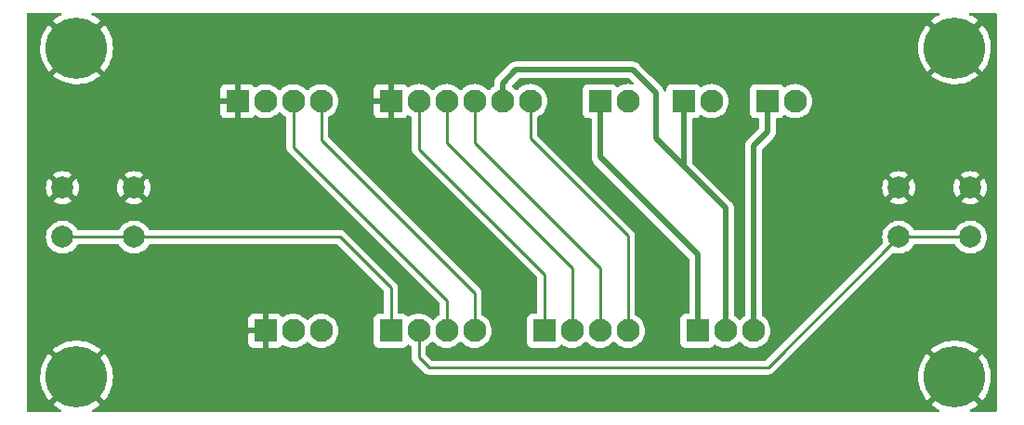
<source format=gbr>
%TF.GenerationSoftware,KiCad,Pcbnew,(6.0.2)*%
%TF.CreationDate,2022-02-22T20:29:11+01:00*%
%TF.ProjectId,tapa,74617061-2e6b-4696-9361-645f70636258,rev?*%
%TF.SameCoordinates,Original*%
%TF.FileFunction,Copper,L1,Top*%
%TF.FilePolarity,Positive*%
%FSLAX46Y46*%
G04 Gerber Fmt 4.6, Leading zero omitted, Abs format (unit mm)*
G04 Created by KiCad (PCBNEW (6.0.2)) date 2022-02-22 20:29:11*
%MOMM*%
%LPD*%
G01*
G04 APERTURE LIST*
%TA.AperFunction,ComponentPad*%
%ADD10R,2.100000X2.100000*%
%TD*%
%TA.AperFunction,ComponentPad*%
%ADD11C,2.100000*%
%TD*%
%TA.AperFunction,ComponentPad*%
%ADD12C,5.600000*%
%TD*%
%TA.AperFunction,ComponentPad*%
%ADD13C,2.000000*%
%TD*%
%TA.AperFunction,Conductor*%
%ADD14C,0.250000*%
%TD*%
%TA.AperFunction,Conductor*%
%ADD15C,0.500000*%
%TD*%
G04 APERTURE END LIST*
D10*
%TO.P,SW3,1,B*%
%TO.N,GND*%
X100330000Y-59690000D03*
D11*
%TO.P,SW3,2,A*%
%TO.N,UP*%
X102870000Y-59690000D03*
%TO.P,SW3,3,C*%
%TO.N,DOWN*%
X105410000Y-59690000D03*
%TO.P,SW3,4,A*%
%TO.N,AVANCE*%
X107950000Y-59690000D03*
%TO.P,SW3,5,B*%
%TO.N,MICRO24V*%
X110490000Y-59690000D03*
%TO.P,SW3,6,C*%
%TO.N,RETROCESO*%
X113030000Y-59690000D03*
%TD*%
D12*
%TO.P,H3,1,1*%
%TO.N,GND*%
X71688161Y-84856054D03*
%TD*%
%TO.P,H4,1,1*%
%TO.N,GND*%
X151688161Y-84856054D03*
%TD*%
D10*
%TO.P,J4,1,Pin_1*%
%TO.N,LR24V*%
X128270000Y-80645000D03*
D11*
%TO.P,J4,2,Pin_2*%
%TO.N,MICRO24V*%
X130810000Y-80645000D03*
%TO.P,J4,3,Pin_3*%
%TO.N,EMER24V*%
X133350000Y-80645000D03*
%TD*%
D12*
%TO.P,H1,1,1*%
%TO.N,GND*%
X71688161Y-54856054D03*
%TD*%
D10*
%TO.P,J1,1,Pin_1*%
%TO.N,GND*%
X88900000Y-80650000D03*
D11*
%TO.P,J1,2,Pin_2*%
%TO.N,+5V*%
X91440000Y-80650000D03*
%TO.P,J1,3,Pin_3*%
%TO.N,+24V*%
X93980000Y-80650000D03*
%TD*%
D10*
%TO.P,SW6,1*%
%TO.N,EMER24V*%
X134620000Y-59690000D03*
D11*
%TO.P,SW6,2*%
%TO.N,+24V*%
X137160000Y-59690000D03*
%TD*%
D12*
%TO.P,H2,1,1*%
%TO.N,GND*%
X151688161Y-54856054D03*
%TD*%
D10*
%TO.P,J5,1,Pin_1*%
%TO.N,GND*%
X86355000Y-59695000D03*
D11*
%TO.P,J5,2,Pin_2*%
%TO.N,+5V*%
X88895000Y-59695000D03*
%TO.P,J5,3,Pin_3*%
%TO.N,SDA*%
X91435000Y-59695000D03*
%TO.P,J5,4,Pin_4*%
%TO.N,SCL*%
X93975000Y-59695000D03*
%TD*%
D10*
%TO.P,SW4,1*%
%TO.N,LR24V*%
X119380000Y-59690000D03*
D11*
%TO.P,SW4,2*%
%TO.N,+24V*%
X121920000Y-59690000D03*
%TD*%
D10*
%TO.P,SW5,1*%
%TO.N,MICRO24V*%
X127000000Y-59690000D03*
D11*
%TO.P,SW5,2*%
%TO.N,+24V*%
X129540000Y-59690000D03*
%TD*%
D10*
%TO.P,J2,1,Pin_1*%
%TO.N,ENTER*%
X100325000Y-80645000D03*
D11*
%TO.P,J2,2,Pin_2*%
%TO.N,ESC*%
X102865000Y-80645000D03*
%TO.P,J2,3,Pin_3*%
%TO.N,SDA*%
X105405000Y-80645000D03*
%TO.P,J2,4,Pin_4*%
%TO.N,SCL*%
X107945000Y-80645000D03*
%TD*%
D10*
%TO.P,J3,1,Pin_1*%
%TO.N,UP*%
X114295000Y-80645000D03*
D11*
%TO.P,J3,2,Pin_2*%
%TO.N,DOWN*%
X116835000Y-80645000D03*
%TO.P,J3,3,Pin_3*%
%TO.N,AVANCE*%
X119375000Y-80645000D03*
%TO.P,J3,4,Pin_4*%
%TO.N,RETROCESO*%
X121915000Y-80645000D03*
%TD*%
D13*
%TO.P,SW2,1,1*%
%TO.N,GND*%
X146610000Y-67600000D03*
X153110000Y-67600000D03*
%TO.P,SW2,2,2*%
%TO.N,ESC*%
X153110000Y-72100000D03*
X146610000Y-72100000D03*
%TD*%
%TO.P,SW1,1,1*%
%TO.N,GND*%
X70410000Y-67600000D03*
X76910000Y-67600000D03*
%TO.P,SW1,2,2*%
%TO.N,ENTER*%
X76910000Y-72100000D03*
X70410000Y-72100000D03*
%TD*%
D14*
%TO.N,GND*%
X86360000Y-59690000D02*
X86355000Y-59695000D01*
%TO.N,ESC*%
X134699131Y-84010869D02*
X146610000Y-72100000D01*
X102865000Y-83089002D02*
X103786867Y-84010869D01*
X153110000Y-72100000D02*
X146610000Y-72100000D01*
X102865000Y-80645000D02*
X102865000Y-83089002D01*
X103786867Y-84010869D02*
X134699131Y-84010869D01*
%TO.N,ENTER*%
X95677406Y-72100000D02*
X76910000Y-72100000D01*
X70410000Y-72100000D02*
X76910000Y-72100000D01*
X100325000Y-80645000D02*
X100325000Y-76747594D01*
X100325000Y-76747594D02*
X95677406Y-72100000D01*
%TO.N,SDA*%
X91435000Y-63903001D02*
X91435000Y-59695000D01*
X105405000Y-77873001D02*
X91435000Y-63903001D01*
X105405000Y-80645000D02*
X105405000Y-77873001D01*
%TO.N,SCL*%
X93975000Y-63226038D02*
X93975000Y-59695000D01*
X107945000Y-77196038D02*
X93975000Y-63226038D01*
X107945000Y-80645000D02*
X107945000Y-77196038D01*
%TO.N,UP*%
X114295000Y-80645000D02*
X114295000Y-75489291D01*
X102870000Y-64064291D02*
X102870000Y-59690000D01*
X114295000Y-75489291D02*
X102870000Y-64064291D01*
%TO.N,DOWN*%
X105410000Y-63534930D02*
X105410000Y-59690000D01*
X116835000Y-80645000D02*
X116835000Y-74959930D01*
X116835000Y-74959930D02*
X105410000Y-63534930D01*
%TO.N,AVANCE*%
X119375000Y-80645000D02*
X119375000Y-74922978D01*
X107950000Y-63497978D02*
X107950000Y-59690000D01*
X119375000Y-74922978D02*
X107950000Y-63497978D01*
%TO.N,RETROCESO*%
X121915000Y-80645000D02*
X121915000Y-72007465D01*
X121915000Y-72007465D02*
X113030000Y-63122465D01*
X113030000Y-63122465D02*
X113030000Y-59690000D01*
D15*
%TO.N,LR24V*%
X119380000Y-59690000D02*
X119380000Y-64819181D01*
X119380000Y-64819181D02*
X128270000Y-73709181D01*
X128270000Y-73709181D02*
X128270000Y-80645000D01*
%TO.N,MICRO24V*%
X124460000Y-63103910D02*
X124460000Y-58920578D01*
X124460000Y-58920578D02*
X122391471Y-56852049D01*
X111687529Y-56852049D02*
X110490000Y-58049578D01*
X110490000Y-58049578D02*
X110490000Y-59690000D01*
X127000000Y-65643910D02*
X130810000Y-69453910D01*
X130810000Y-69453910D02*
X130810000Y-80645000D01*
X127000000Y-65643910D02*
X124460000Y-63103910D01*
X127000000Y-59690000D02*
X127000000Y-65643910D01*
X122391471Y-56852049D02*
X111687529Y-56852049D01*
%TO.N,EMER24V*%
X134646682Y-62488495D02*
X133350000Y-63785177D01*
D14*
X134620000Y-59690000D02*
X134646682Y-59716682D01*
D15*
X134646682Y-59716682D02*
X134646682Y-62488495D01*
X133350000Y-63785177D02*
X133350000Y-80645000D01*
%TD*%
%TA.AperFunction,Conductor*%
%TO.N,GND*%
G36*
X70282681Y-51648002D02*
G01*
X70329174Y-51701658D01*
X70339278Y-51771932D01*
X70309784Y-51836512D01*
X70267211Y-51868472D01*
X70146195Y-51924133D01*
X70140152Y-51927319D01*
X69838562Y-52107817D01*
X69832916Y-52111625D01*
X69552569Y-52323650D01*
X69547372Y-52328041D01*
X69546133Y-52329209D01*
X69538111Y-52342916D01*
X69538147Y-52343758D01*
X69543198Y-52351880D01*
X71675351Y-54484034D01*
X71689292Y-54491646D01*
X71691127Y-54491515D01*
X71697741Y-54487264D01*
X73830959Y-52354045D01*
X73838573Y-52340101D01*
X73838505Y-52339143D01*
X73833997Y-52332326D01*
X73832579Y-52331119D01*
X73552974Y-52118118D01*
X73547348Y-52114294D01*
X73246375Y-51932735D01*
X73240363Y-51929538D01*
X73108411Y-51868288D01*
X73055045Y-51821463D01*
X73035464Y-51753220D01*
X73055888Y-51685225D01*
X73109830Y-51639065D01*
X73161462Y-51628000D01*
X150214560Y-51628000D01*
X150282681Y-51648002D01*
X150329174Y-51701658D01*
X150339278Y-51771932D01*
X150309784Y-51836512D01*
X150267211Y-51868472D01*
X150146195Y-51924133D01*
X150140152Y-51927319D01*
X149838562Y-52107817D01*
X149832916Y-52111625D01*
X149552569Y-52323650D01*
X149547372Y-52328041D01*
X149546133Y-52329209D01*
X149538111Y-52342916D01*
X149538147Y-52343758D01*
X149543198Y-52351880D01*
X151675351Y-54484034D01*
X151689292Y-54491646D01*
X151691127Y-54491515D01*
X151697741Y-54487264D01*
X153830959Y-52354045D01*
X153838573Y-52340101D01*
X153838505Y-52339143D01*
X153833997Y-52332326D01*
X153832579Y-52331119D01*
X153552974Y-52118118D01*
X153547348Y-52114294D01*
X153246375Y-51932735D01*
X153240363Y-51929538D01*
X153108411Y-51868288D01*
X153055045Y-51821463D01*
X153035464Y-51753220D01*
X153055888Y-51685225D01*
X153109830Y-51639065D01*
X153161462Y-51628000D01*
X155406000Y-51628000D01*
X155474121Y-51648002D01*
X155520614Y-51701658D01*
X155532000Y-51754000D01*
X155532000Y-87946000D01*
X155511998Y-88014121D01*
X155458342Y-88060614D01*
X155406000Y-88072000D01*
X153188740Y-88072000D01*
X153120619Y-88051998D01*
X153074126Y-87998342D01*
X153064022Y-87928068D01*
X153093516Y-87863488D01*
X153136489Y-87831345D01*
X153219879Y-87793342D01*
X153225938Y-87790175D01*
X153528156Y-87610730D01*
X153533820Y-87606938D01*
X153814893Y-87395903D01*
X153820119Y-87391518D01*
X153829774Y-87382482D01*
X153837843Y-87368804D01*
X153837815Y-87368078D01*
X153832673Y-87359777D01*
X151700971Y-85228074D01*
X151687030Y-85220462D01*
X151685195Y-85220593D01*
X151678581Y-85224844D01*
X149544935Y-87358491D01*
X149537321Y-87372435D01*
X149537398Y-87373524D01*
X149539859Y-87377260D01*
X149813793Y-87587458D01*
X149819423Y-87591313D01*
X150119752Y-87773916D01*
X150125754Y-87777134D01*
X150242663Y-87831898D01*
X150295866Y-87878908D01*
X150315208Y-87947219D01*
X150294548Y-88015143D01*
X150240445Y-88061115D01*
X150189214Y-88072000D01*
X73188740Y-88072000D01*
X73120619Y-88051998D01*
X73074126Y-87998342D01*
X73064022Y-87928068D01*
X73093516Y-87863488D01*
X73136489Y-87831345D01*
X73219879Y-87793342D01*
X73225938Y-87790175D01*
X73528156Y-87610730D01*
X73533820Y-87606938D01*
X73814893Y-87395903D01*
X73820119Y-87391518D01*
X73829774Y-87382482D01*
X73837843Y-87368804D01*
X73837815Y-87368078D01*
X73832673Y-87359777D01*
X71700971Y-85228074D01*
X71687030Y-85220462D01*
X71685195Y-85220593D01*
X71678581Y-85224844D01*
X69544935Y-87358491D01*
X69537321Y-87372435D01*
X69537398Y-87373524D01*
X69539859Y-87377260D01*
X69813793Y-87587458D01*
X69819423Y-87591313D01*
X70119752Y-87773916D01*
X70125754Y-87777134D01*
X70242663Y-87831898D01*
X70295866Y-87878908D01*
X70315208Y-87947219D01*
X70294548Y-88015143D01*
X70240445Y-88061115D01*
X70189214Y-88072000D01*
X67309000Y-88072000D01*
X67240879Y-88051998D01*
X67194386Y-87998342D01*
X67183000Y-87946000D01*
X67183000Y-84847886D01*
X68375494Y-84847886D01*
X68393278Y-85198947D01*
X68393988Y-85205703D01*
X68449581Y-85552777D01*
X68451020Y-85559432D01*
X68543769Y-85898464D01*
X68545918Y-85904925D01*
X68674742Y-86231966D01*
X68677573Y-86238149D01*
X68840964Y-86549364D01*
X68844447Y-86555206D01*
X69040491Y-86846950D01*
X69044594Y-86852394D01*
X69164586Y-86994890D01*
X69177325Y-87003333D01*
X69187769Y-86997235D01*
X71316141Y-84868864D01*
X71322518Y-84857185D01*
X72052569Y-84857185D01*
X72052700Y-84859020D01*
X72056951Y-84865634D01*
X74187170Y-86995852D01*
X74200766Y-87003277D01*
X74210379Y-86996576D01*
X74310679Y-86879966D01*
X74314837Y-86874568D01*
X74513923Y-86584894D01*
X74517471Y-86579083D01*
X74684103Y-86269613D01*
X74687010Y-86263435D01*
X74819251Y-85937767D01*
X74821465Y-85931337D01*
X74917759Y-85593291D01*
X74919266Y-85586661D01*
X74978493Y-85240172D01*
X74979273Y-85233432D01*
X75000829Y-84880979D01*
X75000945Y-84877377D01*
X75001014Y-84857873D01*
X75000922Y-84854248D01*
X75000577Y-84847886D01*
X148375494Y-84847886D01*
X148393278Y-85198947D01*
X148393988Y-85205703D01*
X148449581Y-85552777D01*
X148451020Y-85559432D01*
X148543769Y-85898464D01*
X148545918Y-85904925D01*
X148674742Y-86231966D01*
X148677573Y-86238149D01*
X148840964Y-86549364D01*
X148844447Y-86555206D01*
X149040491Y-86846950D01*
X149044594Y-86852394D01*
X149164586Y-86994890D01*
X149177325Y-87003333D01*
X149187769Y-86997235D01*
X151316141Y-84868864D01*
X151322518Y-84857185D01*
X152052569Y-84857185D01*
X152052700Y-84859020D01*
X152056951Y-84865634D01*
X154187170Y-86995852D01*
X154200766Y-87003277D01*
X154210379Y-86996576D01*
X154310679Y-86879966D01*
X154314837Y-86874568D01*
X154513923Y-86584894D01*
X154517471Y-86579083D01*
X154684103Y-86269613D01*
X154687010Y-86263435D01*
X154819251Y-85937767D01*
X154821465Y-85931337D01*
X154917759Y-85593291D01*
X154919266Y-85586661D01*
X154978493Y-85240172D01*
X154979273Y-85233432D01*
X155000829Y-84880979D01*
X155000945Y-84877377D01*
X155001014Y-84857873D01*
X155000922Y-84854248D01*
X154981827Y-84501669D01*
X154981092Y-84494903D01*
X154924291Y-84148039D01*
X154922824Y-84141367D01*
X154828897Y-83802681D01*
X154826723Y-83796217D01*
X154696759Y-83469632D01*
X154693903Y-83463452D01*
X154529430Y-83152817D01*
X154525930Y-83146991D01*
X154328858Y-82855916D01*
X154324751Y-82850507D01*
X154211726Y-82717233D01*
X154198901Y-82708797D01*
X154188577Y-82714849D01*
X152060181Y-84843244D01*
X152052569Y-84857185D01*
X151322518Y-84857185D01*
X151323753Y-84854923D01*
X151323622Y-84853088D01*
X151319371Y-84846474D01*
X149189153Y-82716257D01*
X149175616Y-82708865D01*
X149165914Y-82715653D01*
X149058591Y-82841311D01*
X149054457Y-82846718D01*
X148856376Y-83137095D01*
X148852858Y-83142905D01*
X148687295Y-83452976D01*
X148684420Y-83459141D01*
X148553316Y-83785272D01*
X148551123Y-83791712D01*
X148456007Y-84130098D01*
X148454524Y-84136733D01*
X148396511Y-84483408D01*
X148395752Y-84490180D01*
X148375518Y-84841091D01*
X148375494Y-84847886D01*
X75000577Y-84847886D01*
X74981827Y-84501669D01*
X74981092Y-84494903D01*
X74924291Y-84148039D01*
X74922824Y-84141367D01*
X74828897Y-83802681D01*
X74826723Y-83796217D01*
X74696759Y-83469632D01*
X74693903Y-83463452D01*
X74529430Y-83152817D01*
X74525930Y-83146991D01*
X74328858Y-82855916D01*
X74324751Y-82850507D01*
X74211726Y-82717233D01*
X74198901Y-82708797D01*
X74188577Y-82714849D01*
X72060181Y-84843244D01*
X72052569Y-84857185D01*
X71322518Y-84857185D01*
X71323753Y-84854923D01*
X71323622Y-84853088D01*
X71319371Y-84846474D01*
X69189153Y-82716257D01*
X69175616Y-82708865D01*
X69165914Y-82715653D01*
X69058591Y-82841311D01*
X69054457Y-82846718D01*
X68856376Y-83137095D01*
X68852858Y-83142905D01*
X68687295Y-83452976D01*
X68684420Y-83459141D01*
X68553316Y-83785272D01*
X68551123Y-83791712D01*
X68456007Y-84130098D01*
X68454524Y-84136733D01*
X68396511Y-84483408D01*
X68395752Y-84490180D01*
X68375518Y-84841091D01*
X68375494Y-84847886D01*
X67183000Y-84847886D01*
X67183000Y-82342916D01*
X69538111Y-82342916D01*
X69538147Y-82343758D01*
X69543198Y-82351880D01*
X71675351Y-84484034D01*
X71689292Y-84491646D01*
X71691127Y-84491515D01*
X71697741Y-84487264D01*
X73830959Y-82354045D01*
X73838573Y-82340101D01*
X73838505Y-82339143D01*
X73833997Y-82332326D01*
X73832579Y-82331119D01*
X73552974Y-82118118D01*
X73547348Y-82114294D01*
X73246375Y-81932735D01*
X73240363Y-81929538D01*
X72921531Y-81781541D01*
X72915231Y-81779021D01*
X72813742Y-81744669D01*
X87342001Y-81744669D01*
X87342371Y-81751490D01*
X87347895Y-81802352D01*
X87351521Y-81817604D01*
X87396676Y-81938054D01*
X87405214Y-81953649D01*
X87481715Y-82055724D01*
X87494276Y-82068285D01*
X87596351Y-82144786D01*
X87611946Y-82153324D01*
X87732394Y-82198478D01*
X87747649Y-82202105D01*
X87798514Y-82207631D01*
X87805328Y-82208000D01*
X88627885Y-82208000D01*
X88643124Y-82203525D01*
X88644329Y-82202135D01*
X88646000Y-82194452D01*
X88646000Y-82189884D01*
X89154000Y-82189884D01*
X89158475Y-82205123D01*
X89159865Y-82206328D01*
X89167548Y-82207999D01*
X89994669Y-82207999D01*
X90001490Y-82207629D01*
X90052352Y-82202105D01*
X90067604Y-82198479D01*
X90188054Y-82153324D01*
X90203649Y-82144786D01*
X90305724Y-82068285D01*
X90318281Y-82055728D01*
X90385698Y-81965773D01*
X90442558Y-81923258D01*
X90513376Y-81918232D01*
X90552359Y-81933905D01*
X90730268Y-82042927D01*
X90832867Y-82085425D01*
X90952335Y-82134911D01*
X90952337Y-82134912D01*
X90956908Y-82136805D01*
X91025715Y-82153324D01*
X91190630Y-82192917D01*
X91190636Y-82192918D01*
X91195443Y-82194072D01*
X91440000Y-82213319D01*
X91684557Y-82194072D01*
X91689364Y-82192918D01*
X91689370Y-82192917D01*
X91854285Y-82153324D01*
X91923092Y-82136805D01*
X91927663Y-82134912D01*
X91927665Y-82134911D01*
X92047133Y-82085425D01*
X92149732Y-82042927D01*
X92285485Y-81959738D01*
X92354670Y-81917342D01*
X92354673Y-81917340D01*
X92358896Y-81914752D01*
X92364751Y-81909752D01*
X92541677Y-81758641D01*
X92545433Y-81755433D01*
X92614189Y-81674931D01*
X92673640Y-81636122D01*
X92744635Y-81635616D01*
X92805811Y-81674931D01*
X92874567Y-81755433D01*
X92878323Y-81758641D01*
X93055250Y-81909752D01*
X93061104Y-81914752D01*
X93065327Y-81917340D01*
X93065330Y-81917342D01*
X93134515Y-81959738D01*
X93270268Y-82042927D01*
X93372867Y-82085425D01*
X93492335Y-82134911D01*
X93492337Y-82134912D01*
X93496908Y-82136805D01*
X93565715Y-82153324D01*
X93730630Y-82192917D01*
X93730636Y-82192918D01*
X93735443Y-82194072D01*
X93980000Y-82213319D01*
X94224557Y-82194072D01*
X94229364Y-82192918D01*
X94229370Y-82192917D01*
X94394285Y-82153324D01*
X94463092Y-82136805D01*
X94467663Y-82134912D01*
X94467665Y-82134911D01*
X94587133Y-82085425D01*
X94689732Y-82042927D01*
X94825485Y-81959738D01*
X94894670Y-81917342D01*
X94894673Y-81917340D01*
X94898896Y-81914752D01*
X94904751Y-81909752D01*
X95081677Y-81758641D01*
X95085433Y-81755433D01*
X95158459Y-81669931D01*
X95241535Y-81572663D01*
X95241537Y-81572660D01*
X95244752Y-81568896D01*
X95257340Y-81548355D01*
X95289738Y-81495485D01*
X95372927Y-81359732D01*
X95466805Y-81133092D01*
X95517456Y-80922115D01*
X95522917Y-80899370D01*
X95522918Y-80899364D01*
X95524072Y-80894557D01*
X95543319Y-80650000D01*
X95524072Y-80405443D01*
X95521717Y-80395630D01*
X95467960Y-80171720D01*
X95466805Y-80166908D01*
X95372927Y-79940268D01*
X95244752Y-79731104D01*
X95237265Y-79722337D01*
X95088641Y-79548323D01*
X95085433Y-79544567D01*
X95015320Y-79484684D01*
X94902663Y-79388465D01*
X94902660Y-79388463D01*
X94898896Y-79385248D01*
X94894673Y-79382660D01*
X94894670Y-79382658D01*
X94790506Y-79318827D01*
X94689732Y-79257073D01*
X94545033Y-79197136D01*
X94467665Y-79165089D01*
X94467663Y-79165088D01*
X94463092Y-79163195D01*
X94380437Y-79143351D01*
X94229370Y-79107083D01*
X94229364Y-79107082D01*
X94224557Y-79105928D01*
X93980000Y-79086681D01*
X93735443Y-79105928D01*
X93730636Y-79107082D01*
X93730630Y-79107083D01*
X93579563Y-79143351D01*
X93496908Y-79163195D01*
X93492337Y-79165088D01*
X93492335Y-79165089D01*
X93414967Y-79197136D01*
X93270268Y-79257073D01*
X93169494Y-79318827D01*
X93065330Y-79382658D01*
X93065327Y-79382660D01*
X93061104Y-79385248D01*
X93057340Y-79388463D01*
X93057337Y-79388465D01*
X92944680Y-79484684D01*
X92874567Y-79544567D01*
X92871359Y-79548323D01*
X92805811Y-79625069D01*
X92746360Y-79663878D01*
X92675365Y-79664384D01*
X92614189Y-79625069D01*
X92548641Y-79548323D01*
X92545433Y-79544567D01*
X92475320Y-79484684D01*
X92362663Y-79388465D01*
X92362660Y-79388463D01*
X92358896Y-79385248D01*
X92354673Y-79382660D01*
X92354670Y-79382658D01*
X92250506Y-79318827D01*
X92149732Y-79257073D01*
X92005033Y-79197136D01*
X91927665Y-79165089D01*
X91927663Y-79165088D01*
X91923092Y-79163195D01*
X91840437Y-79143351D01*
X91689370Y-79107083D01*
X91689364Y-79107082D01*
X91684557Y-79105928D01*
X91440000Y-79086681D01*
X91195443Y-79105928D01*
X91190636Y-79107082D01*
X91190630Y-79107083D01*
X91039563Y-79143351D01*
X90956908Y-79163195D01*
X90952337Y-79165088D01*
X90952335Y-79165089D01*
X90874967Y-79197136D01*
X90730268Y-79257073D01*
X90593133Y-79341109D01*
X90552359Y-79366095D01*
X90483826Y-79384633D01*
X90416149Y-79363176D01*
X90385698Y-79334227D01*
X90318281Y-79244272D01*
X90305724Y-79231715D01*
X90203649Y-79155214D01*
X90188054Y-79146676D01*
X90067606Y-79101522D01*
X90052351Y-79097895D01*
X90001486Y-79092369D01*
X89994672Y-79092000D01*
X89172115Y-79092000D01*
X89156876Y-79096475D01*
X89155671Y-79097865D01*
X89154000Y-79105548D01*
X89154000Y-82189884D01*
X88646000Y-82189884D01*
X88646000Y-80922115D01*
X88641525Y-80906876D01*
X88640135Y-80905671D01*
X88632452Y-80904000D01*
X87360116Y-80904000D01*
X87344877Y-80908475D01*
X87343672Y-80909865D01*
X87342001Y-80917548D01*
X87342001Y-81744669D01*
X72813742Y-81744669D01*
X72582290Y-81666327D01*
X72575712Y-81664491D01*
X72232578Y-81588421D01*
X72225839Y-81587305D01*
X71876471Y-81548734D01*
X71869690Y-81548355D01*
X71518176Y-81547741D01*
X71511403Y-81548096D01*
X71161881Y-81585449D01*
X71155171Y-81586536D01*
X70811747Y-81661415D01*
X70805172Y-81663226D01*
X70471844Y-81774756D01*
X70465522Y-81777259D01*
X70146195Y-81924133D01*
X70140152Y-81927319D01*
X69838562Y-82107817D01*
X69832916Y-82111625D01*
X69552569Y-82323650D01*
X69547372Y-82328041D01*
X69546133Y-82329209D01*
X69538111Y-82342916D01*
X67183000Y-82342916D01*
X67183000Y-80377885D01*
X87342000Y-80377885D01*
X87346475Y-80393124D01*
X87347865Y-80394329D01*
X87355548Y-80396000D01*
X88627885Y-80396000D01*
X88643124Y-80391525D01*
X88644329Y-80390135D01*
X88646000Y-80382452D01*
X88646000Y-79110116D01*
X88641525Y-79094877D01*
X88640135Y-79093672D01*
X88632452Y-79092001D01*
X87805331Y-79092001D01*
X87798510Y-79092371D01*
X87747648Y-79097895D01*
X87732396Y-79101521D01*
X87611946Y-79146676D01*
X87596351Y-79155214D01*
X87494276Y-79231715D01*
X87481715Y-79244276D01*
X87405214Y-79346351D01*
X87396676Y-79361946D01*
X87351522Y-79482394D01*
X87347895Y-79497649D01*
X87342369Y-79548514D01*
X87342000Y-79555328D01*
X87342000Y-80377885D01*
X67183000Y-80377885D01*
X67183000Y-72100000D01*
X68896835Y-72100000D01*
X68915465Y-72336711D01*
X68970895Y-72567594D01*
X68972788Y-72572165D01*
X68972789Y-72572167D01*
X69044807Y-72746034D01*
X69061760Y-72786963D01*
X69064346Y-72791183D01*
X69183241Y-72985202D01*
X69183245Y-72985208D01*
X69185824Y-72989416D01*
X69340031Y-73169969D01*
X69520584Y-73324176D01*
X69524792Y-73326755D01*
X69524798Y-73326759D01*
X69630090Y-73391282D01*
X69723037Y-73448240D01*
X69727607Y-73450133D01*
X69727611Y-73450135D01*
X69912252Y-73526615D01*
X69942406Y-73539105D01*
X70022609Y-73558360D01*
X70168476Y-73593380D01*
X70168482Y-73593381D01*
X70173289Y-73594535D01*
X70410000Y-73613165D01*
X70646711Y-73594535D01*
X70651518Y-73593381D01*
X70651524Y-73593380D01*
X70797391Y-73558360D01*
X70877594Y-73539105D01*
X70907748Y-73526615D01*
X71092389Y-73450135D01*
X71092393Y-73450133D01*
X71096963Y-73448240D01*
X71189910Y-73391282D01*
X71295202Y-73326759D01*
X71295208Y-73326755D01*
X71299416Y-73324176D01*
X71479969Y-73169969D01*
X71634176Y-72989416D01*
X71636755Y-72985208D01*
X71636759Y-72985202D01*
X71754133Y-72793665D01*
X71806781Y-72746034D01*
X71861566Y-72733500D01*
X75458434Y-72733500D01*
X75526555Y-72753502D01*
X75565867Y-72793665D01*
X75683241Y-72985202D01*
X75683245Y-72985208D01*
X75685824Y-72989416D01*
X75840031Y-73169969D01*
X76020584Y-73324176D01*
X76024792Y-73326755D01*
X76024798Y-73326759D01*
X76130090Y-73391282D01*
X76223037Y-73448240D01*
X76227607Y-73450133D01*
X76227611Y-73450135D01*
X76412252Y-73526615D01*
X76442406Y-73539105D01*
X76522609Y-73558360D01*
X76668476Y-73593380D01*
X76668482Y-73593381D01*
X76673289Y-73594535D01*
X76910000Y-73613165D01*
X77146711Y-73594535D01*
X77151518Y-73593381D01*
X77151524Y-73593380D01*
X77297391Y-73558360D01*
X77377594Y-73539105D01*
X77407748Y-73526615D01*
X77592389Y-73450135D01*
X77592393Y-73450133D01*
X77596963Y-73448240D01*
X77689910Y-73391282D01*
X77795202Y-73326759D01*
X77795208Y-73326755D01*
X77799416Y-73324176D01*
X77979969Y-73169969D01*
X78134176Y-72989416D01*
X78136755Y-72985208D01*
X78136759Y-72985202D01*
X78254133Y-72793665D01*
X78306781Y-72746034D01*
X78361566Y-72733500D01*
X95362812Y-72733500D01*
X95430933Y-72753502D01*
X95451907Y-72770405D01*
X99654595Y-76973093D01*
X99688621Y-77035405D01*
X99691500Y-77062188D01*
X99691500Y-78960500D01*
X99671498Y-79028621D01*
X99617842Y-79075114D01*
X99565500Y-79086500D01*
X99226866Y-79086500D01*
X99164684Y-79093255D01*
X99028295Y-79144385D01*
X98911739Y-79231739D01*
X98824385Y-79348295D01*
X98773255Y-79484684D01*
X98766500Y-79546866D01*
X98766500Y-81743134D01*
X98773255Y-81805316D01*
X98824385Y-81941705D01*
X98911739Y-82058261D01*
X99028295Y-82145615D01*
X99164684Y-82196745D01*
X99226866Y-82203500D01*
X101423134Y-82203500D01*
X101485316Y-82196745D01*
X101621705Y-82145615D01*
X101738261Y-82058261D01*
X101811128Y-81961035D01*
X101867988Y-81918521D01*
X101938806Y-81913496D01*
X101977788Y-81929168D01*
X102151043Y-82035338D01*
X102155268Y-82037927D01*
X102159846Y-82039823D01*
X102162703Y-82041279D01*
X102214318Y-82090027D01*
X102231500Y-82153546D01*
X102231500Y-83010235D01*
X102230973Y-83021418D01*
X102229298Y-83028911D01*
X102229547Y-83036837D01*
X102229547Y-83036838D01*
X102231438Y-83096988D01*
X102231500Y-83100947D01*
X102231500Y-83128858D01*
X102231997Y-83132792D01*
X102231997Y-83132793D01*
X102232005Y-83132858D01*
X102232938Y-83144695D01*
X102234327Y-83188891D01*
X102239978Y-83208341D01*
X102243987Y-83227702D01*
X102246526Y-83247799D01*
X102249445Y-83255170D01*
X102249445Y-83255172D01*
X102262804Y-83288914D01*
X102266649Y-83300144D01*
X102278982Y-83342595D01*
X102283015Y-83349414D01*
X102283017Y-83349419D01*
X102289293Y-83360030D01*
X102297988Y-83377778D01*
X102305448Y-83396619D01*
X102310110Y-83403035D01*
X102310110Y-83403036D01*
X102331436Y-83432389D01*
X102337952Y-83442309D01*
X102347907Y-83459141D01*
X102360458Y-83480364D01*
X102374779Y-83494685D01*
X102387619Y-83509718D01*
X102399528Y-83526109D01*
X102405633Y-83531160D01*
X102405638Y-83531165D01*
X102433604Y-83554301D01*
X102442382Y-83562289D01*
X103283215Y-84403122D01*
X103290755Y-84411408D01*
X103294867Y-84417887D01*
X103300644Y-84423312D01*
X103344518Y-84464512D01*
X103347360Y-84467267D01*
X103367097Y-84487004D01*
X103370294Y-84489484D01*
X103379314Y-84497187D01*
X103411546Y-84527455D01*
X103418492Y-84531274D01*
X103418495Y-84531276D01*
X103429301Y-84537217D01*
X103445820Y-84548068D01*
X103461826Y-84560483D01*
X103469095Y-84563628D01*
X103469099Y-84563631D01*
X103502404Y-84578043D01*
X103513054Y-84583260D01*
X103551807Y-84604564D01*
X103559482Y-84606535D01*
X103559483Y-84606535D01*
X103571429Y-84609602D01*
X103590134Y-84616006D01*
X103608722Y-84624050D01*
X103616545Y-84625289D01*
X103616555Y-84625292D01*
X103652391Y-84630968D01*
X103664011Y-84633374D01*
X103695826Y-84641542D01*
X103706837Y-84644369D01*
X103727091Y-84644369D01*
X103746801Y-84645920D01*
X103766810Y-84649089D01*
X103774702Y-84648343D01*
X103793447Y-84646571D01*
X103810829Y-84644928D01*
X103822686Y-84644369D01*
X134620364Y-84644369D01*
X134631547Y-84644896D01*
X134639040Y-84646571D01*
X134646966Y-84646322D01*
X134646967Y-84646322D01*
X134707117Y-84644431D01*
X134711076Y-84644369D01*
X134738987Y-84644369D01*
X134742922Y-84643872D01*
X134742987Y-84643864D01*
X134754824Y-84642931D01*
X134787082Y-84641917D01*
X134791101Y-84641791D01*
X134799020Y-84641542D01*
X134818474Y-84635890D01*
X134837831Y-84631882D01*
X134850061Y-84630337D01*
X134850062Y-84630337D01*
X134857928Y-84629343D01*
X134865299Y-84626424D01*
X134865301Y-84626424D01*
X134899043Y-84613065D01*
X134910273Y-84609220D01*
X134945114Y-84599098D01*
X134945115Y-84599098D01*
X134952724Y-84596887D01*
X134959543Y-84592854D01*
X134959548Y-84592852D01*
X134970159Y-84586576D01*
X134987907Y-84577881D01*
X135006748Y-84570421D01*
X135042518Y-84544433D01*
X135052438Y-84537917D01*
X135083666Y-84519449D01*
X135083669Y-84519447D01*
X135090493Y-84515411D01*
X135104814Y-84501090D01*
X135119848Y-84488249D01*
X135125421Y-84484200D01*
X135136238Y-84476341D01*
X135164429Y-84442264D01*
X135172419Y-84433485D01*
X137262988Y-82342916D01*
X149538111Y-82342916D01*
X149538147Y-82343758D01*
X149543198Y-82351880D01*
X151675351Y-84484034D01*
X151689292Y-84491646D01*
X151691127Y-84491515D01*
X151697741Y-84487264D01*
X153830959Y-82354045D01*
X153838573Y-82340101D01*
X153838505Y-82339143D01*
X153833997Y-82332326D01*
X153832579Y-82331119D01*
X153552974Y-82118118D01*
X153547348Y-82114294D01*
X153246375Y-81932735D01*
X153240363Y-81929538D01*
X152921531Y-81781541D01*
X152915231Y-81779021D01*
X152582290Y-81666327D01*
X152575712Y-81664491D01*
X152232578Y-81588421D01*
X152225839Y-81587305D01*
X151876471Y-81548734D01*
X151869690Y-81548355D01*
X151518176Y-81547741D01*
X151511403Y-81548096D01*
X151161881Y-81585449D01*
X151155171Y-81586536D01*
X150811747Y-81661415D01*
X150805172Y-81663226D01*
X150471844Y-81774756D01*
X150465522Y-81777259D01*
X150146195Y-81924133D01*
X150140152Y-81927319D01*
X149838562Y-82107817D01*
X149832916Y-82111625D01*
X149552569Y-82323650D01*
X149547372Y-82328041D01*
X149546133Y-82329209D01*
X149538111Y-82342916D01*
X137262988Y-82342916D01*
X146031540Y-73574364D01*
X146093852Y-73540338D01*
X146150049Y-73540940D01*
X146368476Y-73593380D01*
X146368482Y-73593381D01*
X146373289Y-73594535D01*
X146610000Y-73613165D01*
X146846711Y-73594535D01*
X146851518Y-73593381D01*
X146851524Y-73593380D01*
X146997391Y-73558360D01*
X147077594Y-73539105D01*
X147107748Y-73526615D01*
X147292389Y-73450135D01*
X147292393Y-73450133D01*
X147296963Y-73448240D01*
X147389910Y-73391282D01*
X147495202Y-73326759D01*
X147495208Y-73326755D01*
X147499416Y-73324176D01*
X147679969Y-73169969D01*
X147834176Y-72989416D01*
X147836755Y-72985208D01*
X147836759Y-72985202D01*
X147954133Y-72793665D01*
X148006781Y-72746034D01*
X148061566Y-72733500D01*
X151658434Y-72733500D01*
X151726555Y-72753502D01*
X151765867Y-72793665D01*
X151883241Y-72985202D01*
X151883245Y-72985208D01*
X151885824Y-72989416D01*
X152040031Y-73169969D01*
X152220584Y-73324176D01*
X152224792Y-73326755D01*
X152224798Y-73326759D01*
X152330090Y-73391282D01*
X152423037Y-73448240D01*
X152427607Y-73450133D01*
X152427611Y-73450135D01*
X152612252Y-73526615D01*
X152642406Y-73539105D01*
X152722609Y-73558360D01*
X152868476Y-73593380D01*
X152868482Y-73593381D01*
X152873289Y-73594535D01*
X153110000Y-73613165D01*
X153346711Y-73594535D01*
X153351518Y-73593381D01*
X153351524Y-73593380D01*
X153497391Y-73558360D01*
X153577594Y-73539105D01*
X153607748Y-73526615D01*
X153792389Y-73450135D01*
X153792393Y-73450133D01*
X153796963Y-73448240D01*
X153889910Y-73391282D01*
X153995202Y-73326759D01*
X153995208Y-73326755D01*
X153999416Y-73324176D01*
X154179969Y-73169969D01*
X154334176Y-72989416D01*
X154336755Y-72985208D01*
X154336759Y-72985202D01*
X154455654Y-72791183D01*
X154458240Y-72786963D01*
X154475194Y-72746034D01*
X154547211Y-72572167D01*
X154547212Y-72572165D01*
X154549105Y-72567594D01*
X154604535Y-72336711D01*
X154623165Y-72100000D01*
X154604535Y-71863289D01*
X154602914Y-71856533D01*
X154563648Y-71692982D01*
X154549105Y-71632406D01*
X154542352Y-71616103D01*
X154460135Y-71417611D01*
X154460133Y-71417607D01*
X154458240Y-71413037D01*
X154454133Y-71406335D01*
X154336759Y-71214798D01*
X154336755Y-71214792D01*
X154334176Y-71210584D01*
X154179969Y-71030031D01*
X153999416Y-70875824D01*
X153995208Y-70873245D01*
X153995202Y-70873241D01*
X153801183Y-70754346D01*
X153796963Y-70751760D01*
X153792393Y-70749867D01*
X153792389Y-70749865D01*
X153582167Y-70662789D01*
X153582165Y-70662788D01*
X153577594Y-70660895D01*
X153497391Y-70641640D01*
X153351524Y-70606620D01*
X153351518Y-70606619D01*
X153346711Y-70605465D01*
X153110000Y-70586835D01*
X152873289Y-70605465D01*
X152868482Y-70606619D01*
X152868476Y-70606620D01*
X152722609Y-70641640D01*
X152642406Y-70660895D01*
X152637835Y-70662788D01*
X152637833Y-70662789D01*
X152427611Y-70749865D01*
X152427607Y-70749867D01*
X152423037Y-70751760D01*
X152418817Y-70754346D01*
X152224798Y-70873241D01*
X152224792Y-70873245D01*
X152220584Y-70875824D01*
X152040031Y-71030031D01*
X151885824Y-71210584D01*
X151883245Y-71214792D01*
X151883241Y-71214798D01*
X151765867Y-71406335D01*
X151713219Y-71453966D01*
X151658434Y-71466500D01*
X148061566Y-71466500D01*
X147993445Y-71446498D01*
X147954133Y-71406335D01*
X147836759Y-71214798D01*
X147836755Y-71214792D01*
X147834176Y-71210584D01*
X147679969Y-71030031D01*
X147499416Y-70875824D01*
X147495208Y-70873245D01*
X147495202Y-70873241D01*
X147301183Y-70754346D01*
X147296963Y-70751760D01*
X147292393Y-70749867D01*
X147292389Y-70749865D01*
X147082167Y-70662789D01*
X147082165Y-70662788D01*
X147077594Y-70660895D01*
X146997391Y-70641640D01*
X146851524Y-70606620D01*
X146851518Y-70606619D01*
X146846711Y-70605465D01*
X146610000Y-70586835D01*
X146373289Y-70605465D01*
X146368482Y-70606619D01*
X146368476Y-70606620D01*
X146222609Y-70641640D01*
X146142406Y-70660895D01*
X146137835Y-70662788D01*
X146137833Y-70662789D01*
X145927611Y-70749865D01*
X145927607Y-70749867D01*
X145923037Y-70751760D01*
X145918817Y-70754346D01*
X145724798Y-70873241D01*
X145724792Y-70873245D01*
X145720584Y-70875824D01*
X145540031Y-71030031D01*
X145385824Y-71210584D01*
X145383245Y-71214792D01*
X145383241Y-71214798D01*
X145265867Y-71406335D01*
X145261760Y-71413037D01*
X145259867Y-71417607D01*
X145259865Y-71417611D01*
X145177648Y-71616103D01*
X145170895Y-71632406D01*
X145156352Y-71692982D01*
X145117087Y-71856533D01*
X145115465Y-71863289D01*
X145096835Y-72100000D01*
X145115465Y-72336711D01*
X145116619Y-72341518D01*
X145116620Y-72341524D01*
X145169060Y-72559950D01*
X145165513Y-72630858D01*
X145135636Y-72678459D01*
X134473631Y-83340464D01*
X134411319Y-83374490D01*
X134384536Y-83377369D01*
X104101462Y-83377369D01*
X104033341Y-83357367D01*
X104012366Y-83340464D01*
X103535404Y-82863501D01*
X103501379Y-82801189D01*
X103498500Y-82774406D01*
X103498500Y-82153546D01*
X103518502Y-82085425D01*
X103567297Y-82041279D01*
X103570154Y-82039823D01*
X103574732Y-82037927D01*
X103578957Y-82035338D01*
X103779670Y-81912342D01*
X103779673Y-81912340D01*
X103783896Y-81909752D01*
X103970433Y-81750433D01*
X103979585Y-81739717D01*
X104039189Y-81669931D01*
X104098640Y-81631122D01*
X104169635Y-81630616D01*
X104230811Y-81669931D01*
X104290415Y-81739717D01*
X104299567Y-81750433D01*
X104486104Y-81909752D01*
X104490327Y-81912340D01*
X104490330Y-81912342D01*
X104514771Y-81927319D01*
X104695268Y-82037927D01*
X104809938Y-82085425D01*
X104917335Y-82129911D01*
X104917337Y-82129912D01*
X104921908Y-82131805D01*
X104942735Y-82136805D01*
X105155630Y-82187917D01*
X105155636Y-82187918D01*
X105160443Y-82189072D01*
X105405000Y-82208319D01*
X105649557Y-82189072D01*
X105654364Y-82187918D01*
X105654370Y-82187917D01*
X105867265Y-82136805D01*
X105888092Y-82131805D01*
X105892663Y-82129912D01*
X105892665Y-82129911D01*
X106000062Y-82085425D01*
X106114732Y-82037927D01*
X106295229Y-81927319D01*
X106319670Y-81912342D01*
X106319673Y-81912340D01*
X106323896Y-81909752D01*
X106510433Y-81750433D01*
X106519585Y-81739717D01*
X106579189Y-81669931D01*
X106638640Y-81631122D01*
X106709635Y-81630616D01*
X106770811Y-81669931D01*
X106830415Y-81739717D01*
X106839567Y-81750433D01*
X107026104Y-81909752D01*
X107030327Y-81912340D01*
X107030330Y-81912342D01*
X107054771Y-81927319D01*
X107235268Y-82037927D01*
X107349938Y-82085425D01*
X107457335Y-82129911D01*
X107457337Y-82129912D01*
X107461908Y-82131805D01*
X107482735Y-82136805D01*
X107695630Y-82187917D01*
X107695636Y-82187918D01*
X107700443Y-82189072D01*
X107945000Y-82208319D01*
X108189557Y-82189072D01*
X108194364Y-82187918D01*
X108194370Y-82187917D01*
X108407265Y-82136805D01*
X108428092Y-82131805D01*
X108432663Y-82129912D01*
X108432665Y-82129911D01*
X108540062Y-82085425D01*
X108654732Y-82037927D01*
X108835229Y-81927319D01*
X108859670Y-81912342D01*
X108859673Y-81912340D01*
X108863896Y-81909752D01*
X109050433Y-81750433D01*
X109059585Y-81739717D01*
X109206535Y-81567663D01*
X109206537Y-81567660D01*
X109209752Y-81563896D01*
X109219276Y-81548355D01*
X109254738Y-81490485D01*
X109337927Y-81354732D01*
X109431805Y-81128092D01*
X109482352Y-80917548D01*
X109487917Y-80894370D01*
X109487918Y-80894364D01*
X109489072Y-80889557D01*
X109508319Y-80645000D01*
X109489072Y-80400443D01*
X109487605Y-80394329D01*
X109451649Y-80244563D01*
X109431805Y-80161908D01*
X109337927Y-79935268D01*
X109209752Y-79726104D01*
X109050433Y-79539567D01*
X108873517Y-79388465D01*
X108867663Y-79383465D01*
X108867660Y-79383463D01*
X108863896Y-79380248D01*
X108859673Y-79377660D01*
X108859670Y-79377658D01*
X108658957Y-79254662D01*
X108658956Y-79254662D01*
X108654732Y-79252073D01*
X108650154Y-79250177D01*
X108647297Y-79248721D01*
X108595682Y-79199973D01*
X108578500Y-79136454D01*
X108578500Y-77274801D01*
X108579027Y-77263617D01*
X108580701Y-77256129D01*
X108578562Y-77188070D01*
X108578500Y-77184113D01*
X108578500Y-77156182D01*
X108577994Y-77152176D01*
X108577061Y-77140330D01*
X108575922Y-77104075D01*
X108575673Y-77096148D01*
X108570022Y-77076696D01*
X108566014Y-77057344D01*
X108564468Y-77045106D01*
X108564467Y-77045104D01*
X108563474Y-77037241D01*
X108547194Y-76996124D01*
X108543359Y-76984923D01*
X108531018Y-76942444D01*
X108526985Y-76935625D01*
X108526983Y-76935620D01*
X108520707Y-76925009D01*
X108512010Y-76907259D01*
X108504552Y-76888421D01*
X108478571Y-76852661D01*
X108472053Y-76842739D01*
X108453578Y-76811498D01*
X108453574Y-76811493D01*
X108449542Y-76804675D01*
X108435218Y-76790351D01*
X108422376Y-76775316D01*
X108410472Y-76758931D01*
X108376406Y-76730749D01*
X108367627Y-76722760D01*
X94645405Y-63000538D01*
X94611379Y-62938226D01*
X94608500Y-62911443D01*
X94608500Y-61203546D01*
X94628502Y-61135425D01*
X94677297Y-61091279D01*
X94680154Y-61089823D01*
X94684732Y-61087927D01*
X94810637Y-61010773D01*
X94889670Y-60962342D01*
X94889673Y-60962340D01*
X94893896Y-60959752D01*
X94899751Y-60954752D01*
X95076677Y-60803641D01*
X95080433Y-60800433D01*
X95093897Y-60784669D01*
X98772001Y-60784669D01*
X98772371Y-60791490D01*
X98777895Y-60842352D01*
X98781521Y-60857604D01*
X98826676Y-60978054D01*
X98835214Y-60993649D01*
X98911715Y-61095724D01*
X98924276Y-61108285D01*
X99026351Y-61184786D01*
X99041946Y-61193324D01*
X99162394Y-61238478D01*
X99177649Y-61242105D01*
X99228514Y-61247631D01*
X99235328Y-61248000D01*
X100057885Y-61248000D01*
X100073124Y-61243525D01*
X100074329Y-61242135D01*
X100076000Y-61234452D01*
X100076000Y-61229884D01*
X100584000Y-61229884D01*
X100588475Y-61245123D01*
X100589865Y-61246328D01*
X100597548Y-61247999D01*
X101424669Y-61247999D01*
X101431490Y-61247629D01*
X101482352Y-61242105D01*
X101497604Y-61238479D01*
X101618054Y-61193324D01*
X101633649Y-61184786D01*
X101735724Y-61108285D01*
X101748281Y-61095728D01*
X101815698Y-61005773D01*
X101872558Y-60963258D01*
X101943376Y-60958232D01*
X101982359Y-60973905D01*
X102042523Y-61010773D01*
X102160268Y-61082927D01*
X102164846Y-61084823D01*
X102167703Y-61086279D01*
X102219318Y-61135027D01*
X102236500Y-61198546D01*
X102236500Y-63985524D01*
X102235973Y-63996707D01*
X102234298Y-64004200D01*
X102234547Y-64012126D01*
X102234547Y-64012127D01*
X102236438Y-64072277D01*
X102236500Y-64076236D01*
X102236500Y-64104147D01*
X102236997Y-64108081D01*
X102236997Y-64108082D01*
X102237005Y-64108147D01*
X102237938Y-64119984D01*
X102239327Y-64164180D01*
X102244668Y-64182564D01*
X102244978Y-64183630D01*
X102248987Y-64202991D01*
X102251526Y-64223088D01*
X102254445Y-64230459D01*
X102254445Y-64230461D01*
X102267804Y-64264203D01*
X102271649Y-64275433D01*
X102283982Y-64317884D01*
X102288015Y-64324703D01*
X102288017Y-64324708D01*
X102294293Y-64335319D01*
X102302988Y-64353067D01*
X102310448Y-64371908D01*
X102315110Y-64378324D01*
X102315110Y-64378325D01*
X102336436Y-64407678D01*
X102342952Y-64417598D01*
X102365458Y-64455653D01*
X102379779Y-64469974D01*
X102392619Y-64485007D01*
X102404528Y-64501398D01*
X102410634Y-64506449D01*
X102438605Y-64529589D01*
X102447384Y-64537579D01*
X113624595Y-75714791D01*
X113658621Y-75777103D01*
X113661500Y-75803886D01*
X113661500Y-78960500D01*
X113641498Y-79028621D01*
X113587842Y-79075114D01*
X113535500Y-79086500D01*
X113196866Y-79086500D01*
X113134684Y-79093255D01*
X112998295Y-79144385D01*
X112881739Y-79231739D01*
X112794385Y-79348295D01*
X112743255Y-79484684D01*
X112736500Y-79546866D01*
X112736500Y-81743134D01*
X112743255Y-81805316D01*
X112794385Y-81941705D01*
X112881739Y-82058261D01*
X112998295Y-82145615D01*
X113134684Y-82196745D01*
X113196866Y-82203500D01*
X115393134Y-82203500D01*
X115455316Y-82196745D01*
X115591705Y-82145615D01*
X115708261Y-82058261D01*
X115781128Y-81961035D01*
X115837988Y-81918521D01*
X115908806Y-81913496D01*
X115947789Y-81929168D01*
X116125268Y-82037927D01*
X116239938Y-82085425D01*
X116347335Y-82129911D01*
X116347337Y-82129912D01*
X116351908Y-82131805D01*
X116372735Y-82136805D01*
X116585630Y-82187917D01*
X116585636Y-82187918D01*
X116590443Y-82189072D01*
X116835000Y-82208319D01*
X117079557Y-82189072D01*
X117084364Y-82187918D01*
X117084370Y-82187917D01*
X117297265Y-82136805D01*
X117318092Y-82131805D01*
X117322663Y-82129912D01*
X117322665Y-82129911D01*
X117430062Y-82085425D01*
X117544732Y-82037927D01*
X117725229Y-81927319D01*
X117749670Y-81912342D01*
X117749673Y-81912340D01*
X117753896Y-81909752D01*
X117940433Y-81750433D01*
X117949585Y-81739717D01*
X118009189Y-81669931D01*
X118068640Y-81631122D01*
X118139635Y-81630616D01*
X118200811Y-81669931D01*
X118260415Y-81739717D01*
X118269567Y-81750433D01*
X118456104Y-81909752D01*
X118460327Y-81912340D01*
X118460330Y-81912342D01*
X118484771Y-81927319D01*
X118665268Y-82037927D01*
X118779938Y-82085425D01*
X118887335Y-82129911D01*
X118887337Y-82129912D01*
X118891908Y-82131805D01*
X118912735Y-82136805D01*
X119125630Y-82187917D01*
X119125636Y-82187918D01*
X119130443Y-82189072D01*
X119375000Y-82208319D01*
X119619557Y-82189072D01*
X119624364Y-82187918D01*
X119624370Y-82187917D01*
X119837265Y-82136805D01*
X119858092Y-82131805D01*
X119862663Y-82129912D01*
X119862665Y-82129911D01*
X119970062Y-82085425D01*
X120084732Y-82037927D01*
X120265229Y-81927319D01*
X120289670Y-81912342D01*
X120289673Y-81912340D01*
X120293896Y-81909752D01*
X120480433Y-81750433D01*
X120489585Y-81739717D01*
X120549189Y-81669931D01*
X120608640Y-81631122D01*
X120679635Y-81630616D01*
X120740811Y-81669931D01*
X120800415Y-81739717D01*
X120809567Y-81750433D01*
X120996104Y-81909752D01*
X121000327Y-81912340D01*
X121000330Y-81912342D01*
X121024771Y-81927319D01*
X121205268Y-82037927D01*
X121319938Y-82085425D01*
X121427335Y-82129911D01*
X121427337Y-82129912D01*
X121431908Y-82131805D01*
X121452735Y-82136805D01*
X121665630Y-82187917D01*
X121665636Y-82187918D01*
X121670443Y-82189072D01*
X121915000Y-82208319D01*
X122159557Y-82189072D01*
X122164364Y-82187918D01*
X122164370Y-82187917D01*
X122377265Y-82136805D01*
X122398092Y-82131805D01*
X122402663Y-82129912D01*
X122402665Y-82129911D01*
X122510062Y-82085425D01*
X122624732Y-82037927D01*
X122805229Y-81927319D01*
X122829670Y-81912342D01*
X122829673Y-81912340D01*
X122833896Y-81909752D01*
X123020433Y-81750433D01*
X123029585Y-81739717D01*
X123176535Y-81567663D01*
X123176537Y-81567660D01*
X123179752Y-81563896D01*
X123189276Y-81548355D01*
X123224738Y-81490485D01*
X123307927Y-81354732D01*
X123401805Y-81128092D01*
X123452352Y-80917548D01*
X123457917Y-80894370D01*
X123457918Y-80894364D01*
X123459072Y-80889557D01*
X123478319Y-80645000D01*
X123459072Y-80400443D01*
X123457605Y-80394329D01*
X123421649Y-80244563D01*
X123401805Y-80161908D01*
X123307927Y-79935268D01*
X123179752Y-79726104D01*
X123020433Y-79539567D01*
X122843517Y-79388465D01*
X122837663Y-79383465D01*
X122837660Y-79383463D01*
X122833896Y-79380248D01*
X122829673Y-79377660D01*
X122829670Y-79377658D01*
X122628957Y-79254662D01*
X122628956Y-79254662D01*
X122624732Y-79252073D01*
X122620154Y-79250177D01*
X122617297Y-79248721D01*
X122565682Y-79199973D01*
X122548500Y-79136454D01*
X122548500Y-72086233D01*
X122549027Y-72075050D01*
X122550702Y-72067557D01*
X122548562Y-71999466D01*
X122548500Y-71995509D01*
X122548500Y-71967609D01*
X122547996Y-71963618D01*
X122547063Y-71951776D01*
X122545923Y-71915501D01*
X122545674Y-71907576D01*
X122540021Y-71888117D01*
X122536012Y-71868758D01*
X122534713Y-71858476D01*
X122533474Y-71848668D01*
X122530558Y-71841302D01*
X122530556Y-71841296D01*
X122517200Y-71807563D01*
X122513355Y-71796333D01*
X122503230Y-71761482D01*
X122503230Y-71761481D01*
X122501019Y-71753872D01*
X122490705Y-71736431D01*
X122482008Y-71718678D01*
X122478981Y-71711033D01*
X122474552Y-71699848D01*
X122448563Y-71664077D01*
X122442047Y-71654157D01*
X122432029Y-71637218D01*
X122419542Y-71616103D01*
X122405221Y-71601782D01*
X122392380Y-71586748D01*
X122389958Y-71583414D01*
X122380472Y-71570358D01*
X122346395Y-71542167D01*
X122337616Y-71534177D01*
X113700405Y-62896965D01*
X113666379Y-62834653D01*
X113663500Y-62807870D01*
X113663500Y-61198546D01*
X113683502Y-61130425D01*
X113732297Y-61086279D01*
X113735154Y-61084823D01*
X113739732Y-61082927D01*
X113743957Y-61080338D01*
X113944670Y-60957342D01*
X113944673Y-60957340D01*
X113948896Y-60954752D01*
X113974955Y-60932496D01*
X114131677Y-60798641D01*
X114135433Y-60795433D01*
X114144626Y-60784669D01*
X114291535Y-60612663D01*
X114291537Y-60612660D01*
X114294752Y-60608896D01*
X114422927Y-60399732D01*
X114516805Y-60173092D01*
X114536649Y-60090437D01*
X114572917Y-59939370D01*
X114572918Y-59939364D01*
X114574072Y-59934557D01*
X114593319Y-59690000D01*
X114574072Y-59445443D01*
X114572605Y-59439329D01*
X114519773Y-59219270D01*
X114516805Y-59206908D01*
X114502209Y-59171669D01*
X114424820Y-58984839D01*
X114422927Y-58980268D01*
X114294752Y-58771104D01*
X114283735Y-58758204D01*
X114138641Y-58588323D01*
X114135433Y-58584567D01*
X114068493Y-58527394D01*
X113952663Y-58428465D01*
X113952660Y-58428463D01*
X113948896Y-58425248D01*
X113944673Y-58422660D01*
X113944670Y-58422658D01*
X113848665Y-58363827D01*
X113739732Y-58297073D01*
X113572793Y-58227924D01*
X113517665Y-58205089D01*
X113517663Y-58205088D01*
X113513092Y-58203195D01*
X113429823Y-58183204D01*
X113279370Y-58147083D01*
X113279364Y-58147082D01*
X113274557Y-58145928D01*
X113030000Y-58126681D01*
X112785443Y-58145928D01*
X112780636Y-58147082D01*
X112780630Y-58147083D01*
X112630177Y-58183204D01*
X112546908Y-58203195D01*
X112542337Y-58205088D01*
X112542335Y-58205089D01*
X112487207Y-58227924D01*
X112320268Y-58297073D01*
X112211335Y-58363827D01*
X112115330Y-58422658D01*
X112115327Y-58422660D01*
X112111104Y-58425248D01*
X112107340Y-58428463D01*
X112107337Y-58428465D01*
X111991507Y-58527394D01*
X111924567Y-58584567D01*
X111921359Y-58588323D01*
X111855811Y-58665069D01*
X111796360Y-58703878D01*
X111725365Y-58704384D01*
X111664189Y-58665069D01*
X111598641Y-58588323D01*
X111595433Y-58584567D01*
X111528493Y-58527394D01*
X111412663Y-58428465D01*
X111412660Y-58428463D01*
X111408896Y-58425248D01*
X111404671Y-58422659D01*
X111400671Y-58419753D01*
X111401868Y-58418106D01*
X111359983Y-58371845D01*
X111348352Y-58301808D01*
X111376431Y-58236600D01*
X111384335Y-58227924D01*
X111964805Y-57647454D01*
X112027117Y-57613428D01*
X112053900Y-57610549D01*
X122025100Y-57610549D01*
X122093221Y-57630551D01*
X122114195Y-57647454D01*
X122438331Y-57971590D01*
X122472357Y-58033902D01*
X122467292Y-58104717D01*
X122424745Y-58161553D01*
X122358225Y-58186364D01*
X122319824Y-58183204D01*
X122243748Y-58164940D01*
X122169370Y-58147083D01*
X122169364Y-58147082D01*
X122164557Y-58145928D01*
X121920000Y-58126681D01*
X121675443Y-58145928D01*
X121670636Y-58147082D01*
X121670630Y-58147083D01*
X121520177Y-58183204D01*
X121436908Y-58203195D01*
X121432337Y-58205088D01*
X121432335Y-58205089D01*
X121377207Y-58227924D01*
X121210268Y-58297073D01*
X121084791Y-58373965D01*
X121032788Y-58405832D01*
X120964255Y-58424370D01*
X120896578Y-58402913D01*
X120866128Y-58373965D01*
X120829067Y-58324515D01*
X120793261Y-58276739D01*
X120676705Y-58189385D01*
X120540316Y-58138255D01*
X120478134Y-58131500D01*
X118281866Y-58131500D01*
X118219684Y-58138255D01*
X118083295Y-58189385D01*
X117966739Y-58276739D01*
X117879385Y-58393295D01*
X117828255Y-58529684D01*
X117821500Y-58591866D01*
X117821500Y-60788134D01*
X117828255Y-60850316D01*
X117879385Y-60986705D01*
X117966739Y-61103261D01*
X118083295Y-61190615D01*
X118219684Y-61241745D01*
X118281866Y-61248500D01*
X118495500Y-61248500D01*
X118563621Y-61268502D01*
X118610114Y-61322158D01*
X118621500Y-61374500D01*
X118621500Y-64752111D01*
X118620067Y-64771061D01*
X118616801Y-64792530D01*
X118617394Y-64799822D01*
X118617394Y-64799825D01*
X118621085Y-64845199D01*
X118621500Y-64855414D01*
X118621500Y-64863474D01*
X118621925Y-64867118D01*
X118624789Y-64891688D01*
X118625222Y-64896063D01*
X118631140Y-64968818D01*
X118633396Y-64975782D01*
X118634587Y-64981741D01*
X118635971Y-64987596D01*
X118636818Y-64994862D01*
X118661735Y-65063508D01*
X118663152Y-65067636D01*
X118685649Y-65137080D01*
X118689445Y-65143335D01*
X118691951Y-65148809D01*
X118694670Y-65154239D01*
X118697167Y-65161118D01*
X118701180Y-65167238D01*
X118701180Y-65167239D01*
X118737186Y-65222157D01*
X118739523Y-65225861D01*
X118777405Y-65288288D01*
X118781121Y-65292496D01*
X118781122Y-65292497D01*
X118784803Y-65296665D01*
X118784776Y-65296689D01*
X118787429Y-65299681D01*
X118790132Y-65302914D01*
X118794144Y-65309033D01*
X118799456Y-65314065D01*
X118850383Y-65362309D01*
X118852825Y-65364687D01*
X127474595Y-73986457D01*
X127508621Y-74048769D01*
X127511500Y-74075552D01*
X127511500Y-78960500D01*
X127491498Y-79028621D01*
X127437842Y-79075114D01*
X127385500Y-79086500D01*
X127171866Y-79086500D01*
X127109684Y-79093255D01*
X126973295Y-79144385D01*
X126856739Y-79231739D01*
X126769385Y-79348295D01*
X126718255Y-79484684D01*
X126711500Y-79546866D01*
X126711500Y-81743134D01*
X126718255Y-81805316D01*
X126769385Y-81941705D01*
X126856739Y-82058261D01*
X126973295Y-82145615D01*
X127109684Y-82196745D01*
X127171866Y-82203500D01*
X129368134Y-82203500D01*
X129430316Y-82196745D01*
X129566705Y-82145615D01*
X129683261Y-82058261D01*
X129756128Y-81961035D01*
X129812988Y-81918521D01*
X129883806Y-81913496D01*
X129922789Y-81929168D01*
X130100268Y-82037927D01*
X130214938Y-82085425D01*
X130322335Y-82129911D01*
X130322337Y-82129912D01*
X130326908Y-82131805D01*
X130347735Y-82136805D01*
X130560630Y-82187917D01*
X130560636Y-82187918D01*
X130565443Y-82189072D01*
X130810000Y-82208319D01*
X131054557Y-82189072D01*
X131059364Y-82187918D01*
X131059370Y-82187917D01*
X131272265Y-82136805D01*
X131293092Y-82131805D01*
X131297663Y-82129912D01*
X131297665Y-82129911D01*
X131405062Y-82085425D01*
X131519732Y-82037927D01*
X131700229Y-81927319D01*
X131724670Y-81912342D01*
X131724673Y-81912340D01*
X131728896Y-81909752D01*
X131915433Y-81750433D01*
X131924585Y-81739717D01*
X131984189Y-81669931D01*
X132043640Y-81631122D01*
X132114635Y-81630616D01*
X132175811Y-81669931D01*
X132235415Y-81739717D01*
X132244567Y-81750433D01*
X132431104Y-81909752D01*
X132435327Y-81912340D01*
X132435330Y-81912342D01*
X132459771Y-81927319D01*
X132640268Y-82037927D01*
X132754938Y-82085425D01*
X132862335Y-82129911D01*
X132862337Y-82129912D01*
X132866908Y-82131805D01*
X132887735Y-82136805D01*
X133100630Y-82187917D01*
X133100636Y-82187918D01*
X133105443Y-82189072D01*
X133350000Y-82208319D01*
X133594557Y-82189072D01*
X133599364Y-82187918D01*
X133599370Y-82187917D01*
X133812265Y-82136805D01*
X133833092Y-82131805D01*
X133837663Y-82129912D01*
X133837665Y-82129911D01*
X133945062Y-82085425D01*
X134059732Y-82037927D01*
X134240229Y-81927319D01*
X134264670Y-81912342D01*
X134264673Y-81912340D01*
X134268896Y-81909752D01*
X134455433Y-81750433D01*
X134464585Y-81739717D01*
X134611535Y-81567663D01*
X134611537Y-81567660D01*
X134614752Y-81563896D01*
X134624276Y-81548355D01*
X134659738Y-81490485D01*
X134742927Y-81354732D01*
X134836805Y-81128092D01*
X134887352Y-80917548D01*
X134892917Y-80894370D01*
X134892918Y-80894364D01*
X134894072Y-80889557D01*
X134913319Y-80645000D01*
X134894072Y-80400443D01*
X134892605Y-80394329D01*
X134856649Y-80244563D01*
X134836805Y-80161908D01*
X134742927Y-79935268D01*
X134614752Y-79726104D01*
X134455433Y-79539567D01*
X134278517Y-79388465D01*
X134272663Y-79383465D01*
X134272660Y-79383463D01*
X134268896Y-79380248D01*
X134168665Y-79318827D01*
X134121034Y-79266179D01*
X134108500Y-79211394D01*
X134108500Y-68832670D01*
X145742160Y-68832670D01*
X145747887Y-68840320D01*
X145919042Y-68945205D01*
X145927837Y-68949687D01*
X146137988Y-69036734D01*
X146147373Y-69039783D01*
X146368554Y-69092885D01*
X146378301Y-69094428D01*
X146605070Y-69112275D01*
X146614930Y-69112275D01*
X146841699Y-69094428D01*
X146851446Y-69092885D01*
X147072627Y-69039783D01*
X147082012Y-69036734D01*
X147292163Y-68949687D01*
X147300958Y-68945205D01*
X147468445Y-68842568D01*
X147477400Y-68832670D01*
X152242160Y-68832670D01*
X152247887Y-68840320D01*
X152419042Y-68945205D01*
X152427837Y-68949687D01*
X152637988Y-69036734D01*
X152647373Y-69039783D01*
X152868554Y-69092885D01*
X152878301Y-69094428D01*
X153105070Y-69112275D01*
X153114930Y-69112275D01*
X153341699Y-69094428D01*
X153351446Y-69092885D01*
X153572627Y-69039783D01*
X153582012Y-69036734D01*
X153792163Y-68949687D01*
X153800958Y-68945205D01*
X153968445Y-68842568D01*
X153977907Y-68832110D01*
X153974124Y-68823334D01*
X153122812Y-67972022D01*
X153108868Y-67964408D01*
X153107035Y-67964539D01*
X153100420Y-67968790D01*
X152248920Y-68820290D01*
X152242160Y-68832670D01*
X147477400Y-68832670D01*
X147477907Y-68832110D01*
X147474124Y-68823334D01*
X146622812Y-67972022D01*
X146608868Y-67964408D01*
X146607035Y-67964539D01*
X146600420Y-67968790D01*
X145748920Y-68820290D01*
X145742160Y-68832670D01*
X134108500Y-68832670D01*
X134108500Y-67604930D01*
X145097725Y-67604930D01*
X145115572Y-67831699D01*
X145117115Y-67841446D01*
X145170217Y-68062627D01*
X145173266Y-68072012D01*
X145260313Y-68282163D01*
X145264795Y-68290958D01*
X145367432Y-68458445D01*
X145377890Y-68467907D01*
X145386666Y-68464124D01*
X146237978Y-67612812D01*
X146244356Y-67601132D01*
X146974408Y-67601132D01*
X146974539Y-67602965D01*
X146978790Y-67609580D01*
X147830290Y-68461080D01*
X147842670Y-68467840D01*
X147850320Y-68462113D01*
X147955205Y-68290958D01*
X147959687Y-68282163D01*
X148046734Y-68072012D01*
X148049783Y-68062627D01*
X148102885Y-67841446D01*
X148104428Y-67831699D01*
X148122275Y-67604930D01*
X151597725Y-67604930D01*
X151615572Y-67831699D01*
X151617115Y-67841446D01*
X151670217Y-68062627D01*
X151673266Y-68072012D01*
X151760313Y-68282163D01*
X151764795Y-68290958D01*
X151867432Y-68458445D01*
X151877890Y-68467907D01*
X151886666Y-68464124D01*
X152737978Y-67612812D01*
X152744356Y-67601132D01*
X153474408Y-67601132D01*
X153474539Y-67602965D01*
X153478790Y-67609580D01*
X154330290Y-68461080D01*
X154342670Y-68467840D01*
X154350320Y-68462113D01*
X154455205Y-68290958D01*
X154459687Y-68282163D01*
X154546734Y-68072012D01*
X154549783Y-68062627D01*
X154602885Y-67841446D01*
X154604428Y-67831699D01*
X154622275Y-67604930D01*
X154622275Y-67595070D01*
X154604428Y-67368301D01*
X154602885Y-67358554D01*
X154549783Y-67137373D01*
X154546734Y-67127988D01*
X154459687Y-66917837D01*
X154455205Y-66909042D01*
X154352568Y-66741555D01*
X154342110Y-66732093D01*
X154333334Y-66735876D01*
X153482022Y-67587188D01*
X153474408Y-67601132D01*
X152744356Y-67601132D01*
X152745592Y-67598868D01*
X152745461Y-67597035D01*
X152741210Y-67590420D01*
X151889710Y-66738920D01*
X151877330Y-66732160D01*
X151869680Y-66737887D01*
X151764795Y-66909042D01*
X151760313Y-66917837D01*
X151673266Y-67127988D01*
X151670217Y-67137373D01*
X151617115Y-67358554D01*
X151615572Y-67368301D01*
X151597725Y-67595070D01*
X151597725Y-67604930D01*
X148122275Y-67604930D01*
X148122275Y-67595070D01*
X148104428Y-67368301D01*
X148102885Y-67358554D01*
X148049783Y-67137373D01*
X148046734Y-67127988D01*
X147959687Y-66917837D01*
X147955205Y-66909042D01*
X147852568Y-66741555D01*
X147842110Y-66732093D01*
X147833334Y-66735876D01*
X146982022Y-67587188D01*
X146974408Y-67601132D01*
X146244356Y-67601132D01*
X146245592Y-67598868D01*
X146245461Y-67597035D01*
X146241210Y-67590420D01*
X145389710Y-66738920D01*
X145377330Y-66732160D01*
X145369680Y-66737887D01*
X145264795Y-66909042D01*
X145260313Y-66917837D01*
X145173266Y-67127988D01*
X145170217Y-67137373D01*
X145117115Y-67358554D01*
X145115572Y-67368301D01*
X145097725Y-67595070D01*
X145097725Y-67604930D01*
X134108500Y-67604930D01*
X134108500Y-66367890D01*
X145742093Y-66367890D01*
X145745876Y-66376666D01*
X146597188Y-67227978D01*
X146611132Y-67235592D01*
X146612965Y-67235461D01*
X146619580Y-67231210D01*
X147471080Y-66379710D01*
X147477534Y-66367890D01*
X152242093Y-66367890D01*
X152245876Y-66376666D01*
X153097188Y-67227978D01*
X153111132Y-67235592D01*
X153112965Y-67235461D01*
X153119580Y-67231210D01*
X153971080Y-66379710D01*
X153977840Y-66367330D01*
X153972113Y-66359680D01*
X153800958Y-66254795D01*
X153792163Y-66250313D01*
X153582012Y-66163266D01*
X153572627Y-66160217D01*
X153351446Y-66107115D01*
X153341699Y-66105572D01*
X153114930Y-66087725D01*
X153105070Y-66087725D01*
X152878301Y-66105572D01*
X152868554Y-66107115D01*
X152647373Y-66160217D01*
X152637988Y-66163266D01*
X152427837Y-66250313D01*
X152419042Y-66254795D01*
X152251555Y-66357432D01*
X152242093Y-66367890D01*
X147477534Y-66367890D01*
X147477840Y-66367330D01*
X147472113Y-66359680D01*
X147300958Y-66254795D01*
X147292163Y-66250313D01*
X147082012Y-66163266D01*
X147072627Y-66160217D01*
X146851446Y-66107115D01*
X146841699Y-66105572D01*
X146614930Y-66087725D01*
X146605070Y-66087725D01*
X146378301Y-66105572D01*
X146368554Y-66107115D01*
X146147373Y-66160217D01*
X146137988Y-66163266D01*
X145927837Y-66250313D01*
X145919042Y-66254795D01*
X145751555Y-66357432D01*
X145742093Y-66367890D01*
X134108500Y-66367890D01*
X134108500Y-64151548D01*
X134128502Y-64083427D01*
X134145405Y-64062453D01*
X135135593Y-63072265D01*
X135150005Y-63059879D01*
X135161600Y-63051346D01*
X135161605Y-63051341D01*
X135167500Y-63047003D01*
X135172239Y-63041425D01*
X135172242Y-63041422D01*
X135201717Y-63006727D01*
X135208647Y-62999211D01*
X135214342Y-62993516D01*
X135231963Y-62971244D01*
X135234754Y-62967840D01*
X135277273Y-62917792D01*
X135277274Y-62917790D01*
X135282015Y-62912210D01*
X135285343Y-62905694D01*
X135288710Y-62900645D01*
X135291877Y-62895516D01*
X135296416Y-62889779D01*
X135327337Y-62823620D01*
X135329243Y-62819720D01*
X135344557Y-62789729D01*
X135362451Y-62754687D01*
X135364190Y-62747579D01*
X135366289Y-62741936D01*
X135368206Y-62736173D01*
X135371304Y-62729545D01*
X135386169Y-62658078D01*
X135387139Y-62653794D01*
X135403155Y-62588340D01*
X135404490Y-62582885D01*
X135405182Y-62571731D01*
X135405218Y-62571733D01*
X135405457Y-62567740D01*
X135405831Y-62563548D01*
X135407322Y-62556380D01*
X135405228Y-62478974D01*
X135405182Y-62475567D01*
X135405182Y-61374500D01*
X135425184Y-61306379D01*
X135478840Y-61259886D01*
X135531182Y-61248500D01*
X135718134Y-61248500D01*
X135780316Y-61241745D01*
X135916705Y-61190615D01*
X136033261Y-61103261D01*
X136106128Y-61006035D01*
X136162988Y-60963521D01*
X136233806Y-60958496D01*
X136272788Y-60974168D01*
X136279523Y-60978295D01*
X136450268Y-61082927D01*
X136538572Y-61119504D01*
X136672335Y-61174911D01*
X136672337Y-61174912D01*
X136676908Y-61176805D01*
X136711997Y-61185229D01*
X136910630Y-61232917D01*
X136910636Y-61232918D01*
X136915443Y-61234072D01*
X137160000Y-61253319D01*
X137404557Y-61234072D01*
X137409364Y-61232918D01*
X137409370Y-61232917D01*
X137608003Y-61185229D01*
X137643092Y-61176805D01*
X137647663Y-61174912D01*
X137647665Y-61174911D01*
X137781428Y-61119504D01*
X137869732Y-61082927D01*
X138015027Y-60993891D01*
X138074670Y-60957342D01*
X138074673Y-60957340D01*
X138078896Y-60954752D01*
X138104955Y-60932496D01*
X138261677Y-60798641D01*
X138265433Y-60795433D01*
X138274626Y-60784669D01*
X138421535Y-60612663D01*
X138421537Y-60612660D01*
X138424752Y-60608896D01*
X138552927Y-60399732D01*
X138646805Y-60173092D01*
X138666649Y-60090437D01*
X138702917Y-59939370D01*
X138702918Y-59939364D01*
X138704072Y-59934557D01*
X138723319Y-59690000D01*
X138704072Y-59445443D01*
X138702605Y-59439329D01*
X138649773Y-59219270D01*
X138646805Y-59206908D01*
X138632209Y-59171669D01*
X138554820Y-58984839D01*
X138552927Y-58980268D01*
X138424752Y-58771104D01*
X138413735Y-58758204D01*
X138268641Y-58588323D01*
X138265433Y-58584567D01*
X138198493Y-58527394D01*
X138082663Y-58428465D01*
X138082660Y-58428463D01*
X138078896Y-58425248D01*
X138074673Y-58422660D01*
X138074670Y-58422658D01*
X137978665Y-58363827D01*
X137869732Y-58297073D01*
X137702793Y-58227924D01*
X137647665Y-58205089D01*
X137647663Y-58205088D01*
X137643092Y-58203195D01*
X137559823Y-58183204D01*
X137409370Y-58147083D01*
X137409364Y-58147082D01*
X137404557Y-58145928D01*
X137160000Y-58126681D01*
X136915443Y-58145928D01*
X136910636Y-58147082D01*
X136910630Y-58147083D01*
X136760177Y-58183204D01*
X136676908Y-58203195D01*
X136672337Y-58205088D01*
X136672335Y-58205089D01*
X136617207Y-58227924D01*
X136450268Y-58297073D01*
X136324791Y-58373965D01*
X136272788Y-58405832D01*
X136204255Y-58424370D01*
X136136578Y-58402913D01*
X136106128Y-58373965D01*
X136069067Y-58324515D01*
X136033261Y-58276739D01*
X135916705Y-58189385D01*
X135780316Y-58138255D01*
X135718134Y-58131500D01*
X133521866Y-58131500D01*
X133459684Y-58138255D01*
X133323295Y-58189385D01*
X133206739Y-58276739D01*
X133119385Y-58393295D01*
X133068255Y-58529684D01*
X133061500Y-58591866D01*
X133061500Y-60788134D01*
X133068255Y-60850316D01*
X133119385Y-60986705D01*
X133206739Y-61103261D01*
X133323295Y-61190615D01*
X133459684Y-61241745D01*
X133521866Y-61248500D01*
X133762182Y-61248500D01*
X133830303Y-61268502D01*
X133876796Y-61322158D01*
X133888182Y-61374500D01*
X133888182Y-62122124D01*
X133868180Y-62190245D01*
X133851277Y-62211219D01*
X132861089Y-63201407D01*
X132846677Y-63213793D01*
X132835082Y-63222326D01*
X132835077Y-63222331D01*
X132829182Y-63226669D01*
X132824443Y-63232247D01*
X132824440Y-63232250D01*
X132794965Y-63266945D01*
X132788035Y-63274461D01*
X132782340Y-63280156D01*
X132780060Y-63283038D01*
X132764719Y-63302428D01*
X132761928Y-63305832D01*
X132719409Y-63355880D01*
X132714667Y-63361462D01*
X132711339Y-63367978D01*
X132707972Y-63373027D01*
X132704805Y-63378156D01*
X132700266Y-63383893D01*
X132669345Y-63450052D01*
X132667442Y-63453946D01*
X132634231Y-63518985D01*
X132632492Y-63526093D01*
X132630393Y-63531736D01*
X132628476Y-63537499D01*
X132625378Y-63544127D01*
X132623888Y-63551289D01*
X132623888Y-63551290D01*
X132610514Y-63615589D01*
X132609544Y-63619873D01*
X132592192Y-63690787D01*
X132591500Y-63701941D01*
X132591464Y-63701939D01*
X132591225Y-63705932D01*
X132590851Y-63710124D01*
X132589360Y-63717292D01*
X132589558Y-63724609D01*
X132591454Y-63794698D01*
X132591500Y-63798105D01*
X132591500Y-79211394D01*
X132571498Y-79279515D01*
X132531335Y-79318827D01*
X132431104Y-79380248D01*
X132427340Y-79383463D01*
X132427337Y-79383465D01*
X132421483Y-79388465D01*
X132244567Y-79539567D01*
X132241359Y-79543323D01*
X132175811Y-79620069D01*
X132116360Y-79658878D01*
X132045365Y-79659384D01*
X131984189Y-79620069D01*
X131918641Y-79543323D01*
X131915433Y-79539567D01*
X131738517Y-79388465D01*
X131732663Y-79383465D01*
X131732660Y-79383463D01*
X131728896Y-79380248D01*
X131628665Y-79318827D01*
X131581034Y-79266179D01*
X131568500Y-79211394D01*
X131568500Y-69520980D01*
X131569933Y-69502030D01*
X131572099Y-69487795D01*
X131572099Y-69487791D01*
X131573199Y-69480561D01*
X131568915Y-69427892D01*
X131568500Y-69417677D01*
X131568500Y-69409617D01*
X131565209Y-69381390D01*
X131564778Y-69377031D01*
X131559454Y-69311572D01*
X131559453Y-69311569D01*
X131558860Y-69304274D01*
X131556604Y-69297310D01*
X131555417Y-69291371D01*
X131554030Y-69285500D01*
X131553182Y-69278229D01*
X131550686Y-69271353D01*
X131550684Y-69271344D01*
X131528275Y-69209612D01*
X131526865Y-69205508D01*
X131504352Y-69136011D01*
X131500556Y-69129756D01*
X131498057Y-69124297D01*
X131495329Y-69118849D01*
X131492833Y-69111973D01*
X131452805Y-69050920D01*
X131450481Y-69047237D01*
X131415504Y-68989596D01*
X131415501Y-68989592D01*
X131412595Y-68984803D01*
X131408886Y-68980604D01*
X131408883Y-68980599D01*
X131405197Y-68976426D01*
X131405224Y-68976402D01*
X131402571Y-68973410D01*
X131399868Y-68970177D01*
X131395856Y-68964058D01*
X131339617Y-68910782D01*
X131337175Y-68908404D01*
X127795405Y-65366634D01*
X127761379Y-65304322D01*
X127758500Y-65277539D01*
X127758500Y-61374500D01*
X127778502Y-61306379D01*
X127832158Y-61259886D01*
X127884500Y-61248500D01*
X128098134Y-61248500D01*
X128160316Y-61241745D01*
X128296705Y-61190615D01*
X128413261Y-61103261D01*
X128486128Y-61006035D01*
X128542988Y-60963521D01*
X128613806Y-60958496D01*
X128652788Y-60974168D01*
X128659523Y-60978295D01*
X128830268Y-61082927D01*
X128918572Y-61119504D01*
X129052335Y-61174911D01*
X129052337Y-61174912D01*
X129056908Y-61176805D01*
X129091997Y-61185229D01*
X129290630Y-61232917D01*
X129290636Y-61232918D01*
X129295443Y-61234072D01*
X129540000Y-61253319D01*
X129784557Y-61234072D01*
X129789364Y-61232918D01*
X129789370Y-61232917D01*
X129988003Y-61185229D01*
X130023092Y-61176805D01*
X130027663Y-61174912D01*
X130027665Y-61174911D01*
X130161428Y-61119504D01*
X130249732Y-61082927D01*
X130395027Y-60993891D01*
X130454670Y-60957342D01*
X130454673Y-60957340D01*
X130458896Y-60954752D01*
X130484955Y-60932496D01*
X130641677Y-60798641D01*
X130645433Y-60795433D01*
X130654626Y-60784669D01*
X130801535Y-60612663D01*
X130801537Y-60612660D01*
X130804752Y-60608896D01*
X130932927Y-60399732D01*
X131026805Y-60173092D01*
X131046649Y-60090437D01*
X131082917Y-59939370D01*
X131082918Y-59939364D01*
X131084072Y-59934557D01*
X131103319Y-59690000D01*
X131084072Y-59445443D01*
X131082605Y-59439329D01*
X131029773Y-59219270D01*
X131026805Y-59206908D01*
X131012209Y-59171669D01*
X130934820Y-58984839D01*
X130932927Y-58980268D01*
X130804752Y-58771104D01*
X130793735Y-58758204D01*
X130648641Y-58588323D01*
X130645433Y-58584567D01*
X130578493Y-58527394D01*
X130462663Y-58428465D01*
X130462660Y-58428463D01*
X130458896Y-58425248D01*
X130454673Y-58422660D01*
X130454670Y-58422658D01*
X130358665Y-58363827D01*
X130249732Y-58297073D01*
X130082793Y-58227924D01*
X130027665Y-58205089D01*
X130027663Y-58205088D01*
X130023092Y-58203195D01*
X129939823Y-58183204D01*
X129789370Y-58147083D01*
X129789364Y-58147082D01*
X129784557Y-58145928D01*
X129540000Y-58126681D01*
X129295443Y-58145928D01*
X129290636Y-58147082D01*
X129290630Y-58147083D01*
X129140177Y-58183204D01*
X129056908Y-58203195D01*
X129052337Y-58205088D01*
X129052335Y-58205089D01*
X128997207Y-58227924D01*
X128830268Y-58297073D01*
X128704791Y-58373965D01*
X128652788Y-58405832D01*
X128584255Y-58424370D01*
X128516578Y-58402913D01*
X128486128Y-58373965D01*
X128449067Y-58324515D01*
X128413261Y-58276739D01*
X128296705Y-58189385D01*
X128160316Y-58138255D01*
X128098134Y-58131500D01*
X125901866Y-58131500D01*
X125839684Y-58138255D01*
X125703295Y-58189385D01*
X125586739Y-58276739D01*
X125499385Y-58393295D01*
X125448255Y-58529684D01*
X125441500Y-58591866D01*
X125441500Y-58685043D01*
X125421498Y-58753164D01*
X125367842Y-58799657D01*
X125297568Y-58809761D01*
X125232988Y-58780267D01*
X125197061Y-58728035D01*
X125190291Y-58709384D01*
X125178264Y-58676248D01*
X125176847Y-58672120D01*
X125156607Y-58609642D01*
X125156606Y-58609640D01*
X125154351Y-58602679D01*
X125150555Y-58596424D01*
X125148049Y-58590950D01*
X125145330Y-58585520D01*
X125142833Y-58578641D01*
X125138820Y-58572520D01*
X125102814Y-58517602D01*
X125100467Y-58513883D01*
X125062595Y-58451471D01*
X125055197Y-58443094D01*
X125055224Y-58443070D01*
X125052571Y-58440078D01*
X125049868Y-58436845D01*
X125045856Y-58430726D01*
X124989617Y-58377450D01*
X124987175Y-58375072D01*
X123984538Y-57372435D01*
X149537321Y-57372435D01*
X149537398Y-57373524D01*
X149539859Y-57377260D01*
X149813793Y-57587458D01*
X149819423Y-57591313D01*
X150119752Y-57773916D01*
X150125754Y-57777134D01*
X150444058Y-57926238D01*
X150450363Y-57928786D01*
X150782904Y-58042641D01*
X150789474Y-58044500D01*
X151132344Y-58121768D01*
X151139073Y-58122907D01*
X151488304Y-58162697D01*
X151495094Y-58163100D01*
X151846580Y-58164940D01*
X151853381Y-58164608D01*
X152203014Y-58128477D01*
X152209742Y-58127411D01*
X152553435Y-58053730D01*
X152559983Y-58051951D01*
X152893710Y-57941581D01*
X152900052Y-57939095D01*
X153219879Y-57793342D01*
X153225938Y-57790175D01*
X153528156Y-57610730D01*
X153533820Y-57606938D01*
X153814893Y-57395903D01*
X153820119Y-57391518D01*
X153829774Y-57382482D01*
X153837843Y-57368804D01*
X153837815Y-57368078D01*
X153832673Y-57359777D01*
X151700971Y-55228074D01*
X151687030Y-55220462D01*
X151685195Y-55220593D01*
X151678581Y-55224844D01*
X149544935Y-57358491D01*
X149537321Y-57372435D01*
X123984538Y-57372435D01*
X122975241Y-56363138D01*
X122962855Y-56348726D01*
X122954322Y-56337131D01*
X122954317Y-56337126D01*
X122949979Y-56331231D01*
X122944401Y-56326492D01*
X122944398Y-56326489D01*
X122909703Y-56297014D01*
X122902187Y-56290084D01*
X122896492Y-56284389D01*
X122880207Y-56271505D01*
X122874220Y-56266768D01*
X122870816Y-56263977D01*
X122820768Y-56221458D01*
X122820766Y-56221457D01*
X122815186Y-56216716D01*
X122808670Y-56213388D01*
X122803621Y-56210021D01*
X122798492Y-56206854D01*
X122792755Y-56202315D01*
X122726596Y-56171394D01*
X122722696Y-56169488D01*
X122657663Y-56136280D01*
X122650555Y-56134541D01*
X122644912Y-56132442D01*
X122639149Y-56130525D01*
X122632521Y-56127427D01*
X122561054Y-56112562D01*
X122556770Y-56111592D01*
X122485861Y-56094241D01*
X122480259Y-56093893D01*
X122480256Y-56093893D01*
X122474707Y-56093549D01*
X122474709Y-56093513D01*
X122470716Y-56093274D01*
X122466524Y-56092900D01*
X122459356Y-56091409D01*
X122395591Y-56093134D01*
X122381950Y-56093503D01*
X122378543Y-56093549D01*
X111754599Y-56093549D01*
X111735649Y-56092116D01*
X111721414Y-56089950D01*
X111721410Y-56089950D01*
X111714180Y-56088850D01*
X111706888Y-56089443D01*
X111706885Y-56089443D01*
X111661511Y-56093134D01*
X111651296Y-56093549D01*
X111643236Y-56093549D01*
X111639602Y-56093973D01*
X111639596Y-56093973D01*
X111626571Y-56095492D01*
X111615009Y-56096840D01*
X111610661Y-56097270D01*
X111537893Y-56103189D01*
X111530932Y-56105444D01*
X111524992Y-56106631D01*
X111519117Y-56108020D01*
X111511848Y-56108867D01*
X111443199Y-56133785D01*
X111439071Y-56135202D01*
X111376593Y-56155442D01*
X111376591Y-56155443D01*
X111369630Y-56157698D01*
X111363375Y-56161494D01*
X111357901Y-56164000D01*
X111352471Y-56166719D01*
X111345592Y-56169216D01*
X111339472Y-56173229D01*
X111339471Y-56173229D01*
X111284553Y-56209235D01*
X111280849Y-56211572D01*
X111218422Y-56249454D01*
X111210045Y-56256852D01*
X111210021Y-56256825D01*
X111207029Y-56259478D01*
X111203796Y-56262181D01*
X111197677Y-56266193D01*
X111168480Y-56297014D01*
X111144401Y-56322432D01*
X111142023Y-56324874D01*
X110001089Y-57465808D01*
X109986677Y-57478194D01*
X109975082Y-57486727D01*
X109975077Y-57486732D01*
X109969182Y-57491070D01*
X109964443Y-57496648D01*
X109964440Y-57496651D01*
X109934965Y-57531346D01*
X109928035Y-57538862D01*
X109922340Y-57544557D01*
X109920060Y-57547439D01*
X109904719Y-57566829D01*
X109901928Y-57570233D01*
X109865231Y-57613428D01*
X109854667Y-57625863D01*
X109851339Y-57632379D01*
X109847972Y-57637428D01*
X109844805Y-57642557D01*
X109840266Y-57648294D01*
X109809345Y-57714453D01*
X109807442Y-57718347D01*
X109774231Y-57783386D01*
X109772492Y-57790494D01*
X109770393Y-57796137D01*
X109768476Y-57801900D01*
X109765378Y-57808528D01*
X109763888Y-57815690D01*
X109763888Y-57815691D01*
X109750514Y-57879990D01*
X109749544Y-57884274D01*
X109732192Y-57955188D01*
X109731500Y-57966342D01*
X109731464Y-57966340D01*
X109731225Y-57970333D01*
X109730851Y-57974525D01*
X109729360Y-57981693D01*
X109729558Y-57989010D01*
X109731454Y-58059099D01*
X109731500Y-58062506D01*
X109731500Y-58256394D01*
X109711498Y-58324515D01*
X109671335Y-58363827D01*
X109571104Y-58425248D01*
X109567340Y-58428463D01*
X109567337Y-58428465D01*
X109451507Y-58527394D01*
X109384567Y-58584567D01*
X109381359Y-58588323D01*
X109315811Y-58665069D01*
X109256360Y-58703878D01*
X109185365Y-58704384D01*
X109124189Y-58665069D01*
X109058641Y-58588323D01*
X109055433Y-58584567D01*
X108988493Y-58527394D01*
X108872663Y-58428465D01*
X108872660Y-58428463D01*
X108868896Y-58425248D01*
X108864673Y-58422660D01*
X108864670Y-58422658D01*
X108768665Y-58363827D01*
X108659732Y-58297073D01*
X108492793Y-58227924D01*
X108437665Y-58205089D01*
X108437663Y-58205088D01*
X108433092Y-58203195D01*
X108349823Y-58183204D01*
X108199370Y-58147083D01*
X108199364Y-58147082D01*
X108194557Y-58145928D01*
X107950000Y-58126681D01*
X107705443Y-58145928D01*
X107700636Y-58147082D01*
X107700630Y-58147083D01*
X107550177Y-58183204D01*
X107466908Y-58203195D01*
X107462337Y-58205088D01*
X107462335Y-58205089D01*
X107407207Y-58227924D01*
X107240268Y-58297073D01*
X107131335Y-58363827D01*
X107035330Y-58422658D01*
X107035327Y-58422660D01*
X107031104Y-58425248D01*
X107027340Y-58428463D01*
X107027337Y-58428465D01*
X106911507Y-58527394D01*
X106844567Y-58584567D01*
X106841359Y-58588323D01*
X106775811Y-58665069D01*
X106716360Y-58703878D01*
X106645365Y-58704384D01*
X106584189Y-58665069D01*
X106518641Y-58588323D01*
X106515433Y-58584567D01*
X106448493Y-58527394D01*
X106332663Y-58428465D01*
X106332660Y-58428463D01*
X106328896Y-58425248D01*
X106324673Y-58422660D01*
X106324670Y-58422658D01*
X106228665Y-58363827D01*
X106119732Y-58297073D01*
X105952793Y-58227924D01*
X105897665Y-58205089D01*
X105897663Y-58205088D01*
X105893092Y-58203195D01*
X105809823Y-58183204D01*
X105659370Y-58147083D01*
X105659364Y-58147082D01*
X105654557Y-58145928D01*
X105410000Y-58126681D01*
X105165443Y-58145928D01*
X105160636Y-58147082D01*
X105160630Y-58147083D01*
X105010177Y-58183204D01*
X104926908Y-58203195D01*
X104922337Y-58205088D01*
X104922335Y-58205089D01*
X104867207Y-58227924D01*
X104700268Y-58297073D01*
X104591335Y-58363827D01*
X104495330Y-58422658D01*
X104495327Y-58422660D01*
X104491104Y-58425248D01*
X104487340Y-58428463D01*
X104487337Y-58428465D01*
X104371507Y-58527394D01*
X104304567Y-58584567D01*
X104301359Y-58588323D01*
X104235811Y-58665069D01*
X104176360Y-58703878D01*
X104105365Y-58704384D01*
X104044189Y-58665069D01*
X103978641Y-58588323D01*
X103975433Y-58584567D01*
X103908493Y-58527394D01*
X103792663Y-58428465D01*
X103792660Y-58428463D01*
X103788896Y-58425248D01*
X103784673Y-58422660D01*
X103784670Y-58422658D01*
X103688665Y-58363827D01*
X103579732Y-58297073D01*
X103412793Y-58227924D01*
X103357665Y-58205089D01*
X103357663Y-58205088D01*
X103353092Y-58203195D01*
X103269823Y-58183204D01*
X103119370Y-58147083D01*
X103119364Y-58147082D01*
X103114557Y-58145928D01*
X102870000Y-58126681D01*
X102625443Y-58145928D01*
X102620636Y-58147082D01*
X102620630Y-58147083D01*
X102470177Y-58183204D01*
X102386908Y-58203195D01*
X102382337Y-58205088D01*
X102382335Y-58205089D01*
X102327207Y-58227924D01*
X102160268Y-58297073D01*
X102014579Y-58386351D01*
X101982359Y-58406095D01*
X101913826Y-58424633D01*
X101846149Y-58403176D01*
X101815698Y-58374227D01*
X101748281Y-58284272D01*
X101735724Y-58271715D01*
X101633649Y-58195214D01*
X101618054Y-58186676D01*
X101497606Y-58141522D01*
X101482351Y-58137895D01*
X101431486Y-58132369D01*
X101424672Y-58132000D01*
X100602115Y-58132000D01*
X100586876Y-58136475D01*
X100585671Y-58137865D01*
X100584000Y-58145548D01*
X100584000Y-61229884D01*
X100076000Y-61229884D01*
X100076000Y-59962115D01*
X100071525Y-59946876D01*
X100070135Y-59945671D01*
X100062452Y-59944000D01*
X98790116Y-59944000D01*
X98774877Y-59948475D01*
X98773672Y-59949865D01*
X98772001Y-59957548D01*
X98772001Y-60784669D01*
X95093897Y-60784669D01*
X95239752Y-60613896D01*
X95367927Y-60404732D01*
X95461805Y-60178092D01*
X95512456Y-59967115D01*
X95517917Y-59944370D01*
X95517918Y-59944364D01*
X95519072Y-59939557D01*
X95538319Y-59695000D01*
X95519072Y-59450443D01*
X95516717Y-59440630D01*
X95511256Y-59417885D01*
X98772000Y-59417885D01*
X98776475Y-59433124D01*
X98777865Y-59434329D01*
X98785548Y-59436000D01*
X100057885Y-59436000D01*
X100073124Y-59431525D01*
X100074329Y-59430135D01*
X100076000Y-59422452D01*
X100076000Y-58150116D01*
X100071525Y-58134877D01*
X100070135Y-58133672D01*
X100062452Y-58132001D01*
X99235331Y-58132001D01*
X99228510Y-58132371D01*
X99177648Y-58137895D01*
X99162396Y-58141521D01*
X99041946Y-58186676D01*
X99026351Y-58195214D01*
X98924276Y-58271715D01*
X98911715Y-58284276D01*
X98835214Y-58386351D01*
X98826676Y-58401946D01*
X98781522Y-58522394D01*
X98777895Y-58537649D01*
X98772369Y-58588514D01*
X98772000Y-58595328D01*
X98772000Y-59417885D01*
X95511256Y-59417885D01*
X95462960Y-59216720D01*
X95461805Y-59211908D01*
X95367927Y-58985268D01*
X95239752Y-58776104D01*
X95235344Y-58770942D01*
X95083641Y-58593323D01*
X95080433Y-58589567D01*
X95025500Y-58542649D01*
X94897663Y-58433465D01*
X94897660Y-58433463D01*
X94893896Y-58430248D01*
X94889673Y-58427660D01*
X94889670Y-58427658D01*
X94748159Y-58340941D01*
X94684732Y-58302073D01*
X94505722Y-58227924D01*
X94462665Y-58210089D01*
X94462663Y-58210088D01*
X94458092Y-58208195D01*
X94367159Y-58186364D01*
X94224370Y-58152083D01*
X94224364Y-58152082D01*
X94219557Y-58150928D01*
X93975000Y-58131681D01*
X93730443Y-58150928D01*
X93725636Y-58152082D01*
X93725630Y-58152083D01*
X93582841Y-58186364D01*
X93491908Y-58208195D01*
X93487337Y-58210088D01*
X93487335Y-58210089D01*
X93444278Y-58227924D01*
X93265268Y-58302073D01*
X93201841Y-58340941D01*
X93060330Y-58427658D01*
X93060327Y-58427660D01*
X93056104Y-58430248D01*
X93052340Y-58433463D01*
X93052337Y-58433465D01*
X92924500Y-58542649D01*
X92869567Y-58589567D01*
X92866359Y-58593323D01*
X92800811Y-58670069D01*
X92741360Y-58708878D01*
X92670365Y-58709384D01*
X92609189Y-58670069D01*
X92543641Y-58593323D01*
X92540433Y-58589567D01*
X92485500Y-58542649D01*
X92357663Y-58433465D01*
X92357660Y-58433463D01*
X92353896Y-58430248D01*
X92349673Y-58427660D01*
X92349670Y-58427658D01*
X92208159Y-58340941D01*
X92144732Y-58302073D01*
X91965722Y-58227924D01*
X91922665Y-58210089D01*
X91922663Y-58210088D01*
X91918092Y-58208195D01*
X91827159Y-58186364D01*
X91684370Y-58152083D01*
X91684364Y-58152082D01*
X91679557Y-58150928D01*
X91435000Y-58131681D01*
X91190443Y-58150928D01*
X91185636Y-58152082D01*
X91185630Y-58152083D01*
X91042841Y-58186364D01*
X90951908Y-58208195D01*
X90947337Y-58210088D01*
X90947335Y-58210089D01*
X90904278Y-58227924D01*
X90725268Y-58302073D01*
X90661841Y-58340941D01*
X90520330Y-58427658D01*
X90520327Y-58427660D01*
X90516104Y-58430248D01*
X90512340Y-58433463D01*
X90512337Y-58433465D01*
X90384500Y-58542649D01*
X90329567Y-58589567D01*
X90326359Y-58593323D01*
X90260811Y-58670069D01*
X90201360Y-58708878D01*
X90130365Y-58709384D01*
X90069189Y-58670069D01*
X90003641Y-58593323D01*
X90000433Y-58589567D01*
X89945500Y-58542649D01*
X89817663Y-58433465D01*
X89817660Y-58433463D01*
X89813896Y-58430248D01*
X89809673Y-58427660D01*
X89809670Y-58427658D01*
X89668159Y-58340941D01*
X89604732Y-58302073D01*
X89425722Y-58227924D01*
X89382665Y-58210089D01*
X89382663Y-58210088D01*
X89378092Y-58208195D01*
X89287159Y-58186364D01*
X89144370Y-58152083D01*
X89144364Y-58152082D01*
X89139557Y-58150928D01*
X88895000Y-58131681D01*
X88650443Y-58150928D01*
X88645636Y-58152082D01*
X88645630Y-58152083D01*
X88502841Y-58186364D01*
X88411908Y-58208195D01*
X88407337Y-58210088D01*
X88407335Y-58210089D01*
X88364278Y-58227924D01*
X88185268Y-58302073D01*
X88048133Y-58386109D01*
X88007359Y-58411095D01*
X87938826Y-58429633D01*
X87871149Y-58408176D01*
X87840698Y-58379227D01*
X87773281Y-58289272D01*
X87760724Y-58276715D01*
X87658649Y-58200214D01*
X87643054Y-58191676D01*
X87522606Y-58146522D01*
X87507351Y-58142895D01*
X87456486Y-58137369D01*
X87449672Y-58137000D01*
X86627115Y-58137000D01*
X86611876Y-58141475D01*
X86610671Y-58142865D01*
X86609000Y-58150548D01*
X86609000Y-61234884D01*
X86613475Y-61250123D01*
X86614865Y-61251328D01*
X86622548Y-61252999D01*
X87449669Y-61252999D01*
X87456490Y-61252629D01*
X87507352Y-61247105D01*
X87522604Y-61243479D01*
X87643054Y-61198324D01*
X87658649Y-61189786D01*
X87760724Y-61113285D01*
X87773281Y-61100728D01*
X87840698Y-61010773D01*
X87897558Y-60968258D01*
X87968376Y-60963232D01*
X88007359Y-60978905D01*
X88185268Y-61087927D01*
X88287867Y-61130425D01*
X88407335Y-61179911D01*
X88407337Y-61179912D01*
X88411908Y-61181805D01*
X88480715Y-61198324D01*
X88645630Y-61237917D01*
X88645636Y-61237918D01*
X88650443Y-61239072D01*
X88895000Y-61258319D01*
X89139557Y-61239072D01*
X89144364Y-61237918D01*
X89144370Y-61237917D01*
X89309285Y-61198324D01*
X89378092Y-61181805D01*
X89382663Y-61179912D01*
X89382665Y-61179911D01*
X89502133Y-61130425D01*
X89604732Y-61087927D01*
X89740485Y-61004738D01*
X89809670Y-60962342D01*
X89809673Y-60962340D01*
X89813896Y-60959752D01*
X89819751Y-60954752D01*
X89996677Y-60803641D01*
X90000433Y-60800433D01*
X90069189Y-60719931D01*
X90128640Y-60681122D01*
X90199635Y-60680616D01*
X90260811Y-60719931D01*
X90329567Y-60800433D01*
X90333323Y-60803641D01*
X90510250Y-60954752D01*
X90516104Y-60959752D01*
X90520327Y-60962340D01*
X90520330Y-60962342D01*
X90599363Y-61010773D01*
X90725268Y-61087927D01*
X90729846Y-61089823D01*
X90732703Y-61091279D01*
X90784318Y-61140027D01*
X90801500Y-61203546D01*
X90801500Y-63824234D01*
X90800973Y-63835417D01*
X90799298Y-63842910D01*
X90799547Y-63850836D01*
X90799547Y-63850837D01*
X90801438Y-63910987D01*
X90801500Y-63914946D01*
X90801500Y-63942857D01*
X90801997Y-63946791D01*
X90801997Y-63946792D01*
X90802005Y-63946857D01*
X90802938Y-63958694D01*
X90804327Y-64002890D01*
X90807011Y-64012127D01*
X90809978Y-64022340D01*
X90813987Y-64041701D01*
X90816526Y-64061798D01*
X90819445Y-64069169D01*
X90819445Y-64069171D01*
X90832804Y-64102913D01*
X90836649Y-64114143D01*
X90848982Y-64156594D01*
X90853015Y-64163413D01*
X90853017Y-64163418D01*
X90859293Y-64174029D01*
X90867988Y-64191777D01*
X90875448Y-64210618D01*
X90880110Y-64217034D01*
X90880110Y-64217035D01*
X90901436Y-64246388D01*
X90907952Y-64256308D01*
X90919263Y-64275433D01*
X90930458Y-64294363D01*
X90944779Y-64308684D01*
X90957619Y-64323717D01*
X90969528Y-64340108D01*
X90975634Y-64345159D01*
X91003605Y-64368299D01*
X91012384Y-64376289D01*
X104734595Y-78098500D01*
X104768621Y-78160812D01*
X104771500Y-78187595D01*
X104771500Y-79136454D01*
X104751498Y-79204575D01*
X104702703Y-79248721D01*
X104699846Y-79250177D01*
X104695268Y-79252073D01*
X104691044Y-79254662D01*
X104691043Y-79254662D01*
X104490330Y-79377658D01*
X104490327Y-79377660D01*
X104486104Y-79380248D01*
X104482340Y-79383463D01*
X104482337Y-79383465D01*
X104476483Y-79388465D01*
X104299567Y-79539567D01*
X104296359Y-79543323D01*
X104230811Y-79620069D01*
X104171360Y-79658878D01*
X104100365Y-79659384D01*
X104039189Y-79620069D01*
X103973641Y-79543323D01*
X103970433Y-79539567D01*
X103793517Y-79388465D01*
X103787663Y-79383465D01*
X103787660Y-79383463D01*
X103783896Y-79380248D01*
X103779673Y-79377660D01*
X103779670Y-79377658D01*
X103623500Y-79281958D01*
X103574732Y-79252073D01*
X103430033Y-79192136D01*
X103352665Y-79160089D01*
X103352663Y-79160088D01*
X103348092Y-79158195D01*
X103257534Y-79136454D01*
X103114370Y-79102083D01*
X103114364Y-79102082D01*
X103109557Y-79100928D01*
X102865000Y-79081681D01*
X102620443Y-79100928D01*
X102615636Y-79102082D01*
X102615630Y-79102083D01*
X102472466Y-79136454D01*
X102381908Y-79158195D01*
X102377337Y-79160088D01*
X102377335Y-79160089D01*
X102299967Y-79192136D01*
X102155268Y-79252073D01*
X102106500Y-79281958D01*
X101977788Y-79360832D01*
X101909255Y-79379370D01*
X101841578Y-79357913D01*
X101811128Y-79328965D01*
X101764072Y-79266179D01*
X101738261Y-79231739D01*
X101621705Y-79144385D01*
X101485316Y-79093255D01*
X101423134Y-79086500D01*
X101084500Y-79086500D01*
X101016379Y-79066498D01*
X100969886Y-79012842D01*
X100958500Y-78960500D01*
X100958500Y-76826357D01*
X100959027Y-76815173D01*
X100960701Y-76807685D01*
X100958562Y-76739626D01*
X100958500Y-76735669D01*
X100958500Y-76707738D01*
X100957994Y-76703732D01*
X100957061Y-76691886D01*
X100955922Y-76655631D01*
X100955673Y-76647704D01*
X100950022Y-76628252D01*
X100946014Y-76608900D01*
X100944468Y-76596662D01*
X100944467Y-76596660D01*
X100943474Y-76588797D01*
X100927194Y-76547680D01*
X100923359Y-76536479D01*
X100911018Y-76494000D01*
X100906985Y-76487181D01*
X100906983Y-76487176D01*
X100900707Y-76476565D01*
X100892010Y-76458815D01*
X100884552Y-76439977D01*
X100858571Y-76404217D01*
X100852053Y-76394295D01*
X100833578Y-76363054D01*
X100833574Y-76363049D01*
X100829542Y-76356231D01*
X100815218Y-76341907D01*
X100802376Y-76326872D01*
X100790472Y-76310487D01*
X100756406Y-76282305D01*
X100747627Y-76274316D01*
X96181058Y-71707747D01*
X96173518Y-71699461D01*
X96169406Y-71692982D01*
X96119754Y-71646356D01*
X96116913Y-71643602D01*
X96097176Y-71623865D01*
X96093979Y-71621385D01*
X96084957Y-71613680D01*
X96058506Y-71588841D01*
X96052727Y-71583414D01*
X96045781Y-71579595D01*
X96045778Y-71579593D01*
X96034972Y-71573652D01*
X96018453Y-71562801D01*
X96017989Y-71562441D01*
X96002447Y-71550386D01*
X95995178Y-71547241D01*
X95995174Y-71547238D01*
X95961869Y-71532826D01*
X95951219Y-71527609D01*
X95912466Y-71506305D01*
X95892843Y-71501267D01*
X95874140Y-71494863D01*
X95862826Y-71489967D01*
X95862825Y-71489967D01*
X95855551Y-71486819D01*
X95847728Y-71485580D01*
X95847718Y-71485577D01*
X95811882Y-71479901D01*
X95800262Y-71477495D01*
X95765117Y-71468472D01*
X95765116Y-71468472D01*
X95757436Y-71466500D01*
X95737182Y-71466500D01*
X95717471Y-71464949D01*
X95705292Y-71463020D01*
X95697463Y-71461780D01*
X95689571Y-71462526D01*
X95653445Y-71465941D01*
X95641587Y-71466500D01*
X78361566Y-71466500D01*
X78293445Y-71446498D01*
X78254133Y-71406335D01*
X78136759Y-71214798D01*
X78136755Y-71214792D01*
X78134176Y-71210584D01*
X77979969Y-71030031D01*
X77799416Y-70875824D01*
X77795208Y-70873245D01*
X77795202Y-70873241D01*
X77601183Y-70754346D01*
X77596963Y-70751760D01*
X77592393Y-70749867D01*
X77592389Y-70749865D01*
X77382167Y-70662789D01*
X77382165Y-70662788D01*
X77377594Y-70660895D01*
X77297391Y-70641640D01*
X77151524Y-70606620D01*
X77151518Y-70606619D01*
X77146711Y-70605465D01*
X76910000Y-70586835D01*
X76673289Y-70605465D01*
X76668482Y-70606619D01*
X76668476Y-70606620D01*
X76522609Y-70641640D01*
X76442406Y-70660895D01*
X76437835Y-70662788D01*
X76437833Y-70662789D01*
X76227611Y-70749865D01*
X76227607Y-70749867D01*
X76223037Y-70751760D01*
X76218817Y-70754346D01*
X76024798Y-70873241D01*
X76024792Y-70873245D01*
X76020584Y-70875824D01*
X75840031Y-71030031D01*
X75685824Y-71210584D01*
X75683245Y-71214792D01*
X75683241Y-71214798D01*
X75565867Y-71406335D01*
X75513219Y-71453966D01*
X75458434Y-71466500D01*
X71861566Y-71466500D01*
X71793445Y-71446498D01*
X71754133Y-71406335D01*
X71636759Y-71214798D01*
X71636755Y-71214792D01*
X71634176Y-71210584D01*
X71479969Y-71030031D01*
X71299416Y-70875824D01*
X71295208Y-70873245D01*
X71295202Y-70873241D01*
X71101183Y-70754346D01*
X71096963Y-70751760D01*
X71092393Y-70749867D01*
X71092389Y-70749865D01*
X70882167Y-70662789D01*
X70882165Y-70662788D01*
X70877594Y-70660895D01*
X70797391Y-70641640D01*
X70651524Y-70606620D01*
X70651518Y-70606619D01*
X70646711Y-70605465D01*
X70410000Y-70586835D01*
X70173289Y-70605465D01*
X70168482Y-70606619D01*
X70168476Y-70606620D01*
X70022609Y-70641640D01*
X69942406Y-70660895D01*
X69937835Y-70662788D01*
X69937833Y-70662789D01*
X69727611Y-70749865D01*
X69727607Y-70749867D01*
X69723037Y-70751760D01*
X69718817Y-70754346D01*
X69524798Y-70873241D01*
X69524792Y-70873245D01*
X69520584Y-70875824D01*
X69340031Y-71030031D01*
X69185824Y-71210584D01*
X69183245Y-71214792D01*
X69183241Y-71214798D01*
X69065867Y-71406335D01*
X69061760Y-71413037D01*
X69059867Y-71417607D01*
X69059865Y-71417611D01*
X68977648Y-71616103D01*
X68970895Y-71632406D01*
X68956352Y-71692982D01*
X68917087Y-71856533D01*
X68915465Y-71863289D01*
X68896835Y-72100000D01*
X67183000Y-72100000D01*
X67183000Y-68832670D01*
X69542160Y-68832670D01*
X69547887Y-68840320D01*
X69719042Y-68945205D01*
X69727837Y-68949687D01*
X69937988Y-69036734D01*
X69947373Y-69039783D01*
X70168554Y-69092885D01*
X70178301Y-69094428D01*
X70405070Y-69112275D01*
X70414930Y-69112275D01*
X70641699Y-69094428D01*
X70651446Y-69092885D01*
X70872627Y-69039783D01*
X70882012Y-69036734D01*
X71092163Y-68949687D01*
X71100958Y-68945205D01*
X71268445Y-68842568D01*
X71277400Y-68832670D01*
X76042160Y-68832670D01*
X76047887Y-68840320D01*
X76219042Y-68945205D01*
X76227837Y-68949687D01*
X76437988Y-69036734D01*
X76447373Y-69039783D01*
X76668554Y-69092885D01*
X76678301Y-69094428D01*
X76905070Y-69112275D01*
X76914930Y-69112275D01*
X77141699Y-69094428D01*
X77151446Y-69092885D01*
X77372627Y-69039783D01*
X77382012Y-69036734D01*
X77592163Y-68949687D01*
X77600958Y-68945205D01*
X77768445Y-68842568D01*
X77777907Y-68832110D01*
X77774124Y-68823334D01*
X76922812Y-67972022D01*
X76908868Y-67964408D01*
X76907035Y-67964539D01*
X76900420Y-67968790D01*
X76048920Y-68820290D01*
X76042160Y-68832670D01*
X71277400Y-68832670D01*
X71277907Y-68832110D01*
X71274124Y-68823334D01*
X70422812Y-67972022D01*
X70408868Y-67964408D01*
X70407035Y-67964539D01*
X70400420Y-67968790D01*
X69548920Y-68820290D01*
X69542160Y-68832670D01*
X67183000Y-68832670D01*
X67183000Y-67604930D01*
X68897725Y-67604930D01*
X68915572Y-67831699D01*
X68917115Y-67841446D01*
X68970217Y-68062627D01*
X68973266Y-68072012D01*
X69060313Y-68282163D01*
X69064795Y-68290958D01*
X69167432Y-68458445D01*
X69177890Y-68467907D01*
X69186666Y-68464124D01*
X70037978Y-67612812D01*
X70044356Y-67601132D01*
X70774408Y-67601132D01*
X70774539Y-67602965D01*
X70778790Y-67609580D01*
X71630290Y-68461080D01*
X71642670Y-68467840D01*
X71650320Y-68462113D01*
X71755205Y-68290958D01*
X71759687Y-68282163D01*
X71846734Y-68072012D01*
X71849783Y-68062627D01*
X71902885Y-67841446D01*
X71904428Y-67831699D01*
X71922275Y-67604930D01*
X75397725Y-67604930D01*
X75415572Y-67831699D01*
X75417115Y-67841446D01*
X75470217Y-68062627D01*
X75473266Y-68072012D01*
X75560313Y-68282163D01*
X75564795Y-68290958D01*
X75667432Y-68458445D01*
X75677890Y-68467907D01*
X75686666Y-68464124D01*
X76537978Y-67612812D01*
X76544356Y-67601132D01*
X77274408Y-67601132D01*
X77274539Y-67602965D01*
X77278790Y-67609580D01*
X78130290Y-68461080D01*
X78142670Y-68467840D01*
X78150320Y-68462113D01*
X78255205Y-68290958D01*
X78259687Y-68282163D01*
X78346734Y-68072012D01*
X78349783Y-68062627D01*
X78402885Y-67841446D01*
X78404428Y-67831699D01*
X78422275Y-67604930D01*
X78422275Y-67595070D01*
X78404428Y-67368301D01*
X78402885Y-67358554D01*
X78349783Y-67137373D01*
X78346734Y-67127988D01*
X78259687Y-66917837D01*
X78255205Y-66909042D01*
X78152568Y-66741555D01*
X78142110Y-66732093D01*
X78133334Y-66735876D01*
X77282022Y-67587188D01*
X77274408Y-67601132D01*
X76544356Y-67601132D01*
X76545592Y-67598868D01*
X76545461Y-67597035D01*
X76541210Y-67590420D01*
X75689710Y-66738920D01*
X75677330Y-66732160D01*
X75669680Y-66737887D01*
X75564795Y-66909042D01*
X75560313Y-66917837D01*
X75473266Y-67127988D01*
X75470217Y-67137373D01*
X75417115Y-67358554D01*
X75415572Y-67368301D01*
X75397725Y-67595070D01*
X75397725Y-67604930D01*
X71922275Y-67604930D01*
X71922275Y-67595070D01*
X71904428Y-67368301D01*
X71902885Y-67358554D01*
X71849783Y-67137373D01*
X71846734Y-67127988D01*
X71759687Y-66917837D01*
X71755205Y-66909042D01*
X71652568Y-66741555D01*
X71642110Y-66732093D01*
X71633334Y-66735876D01*
X70782022Y-67587188D01*
X70774408Y-67601132D01*
X70044356Y-67601132D01*
X70045592Y-67598868D01*
X70045461Y-67597035D01*
X70041210Y-67590420D01*
X69189710Y-66738920D01*
X69177330Y-66732160D01*
X69169680Y-66737887D01*
X69064795Y-66909042D01*
X69060313Y-66917837D01*
X68973266Y-67127988D01*
X68970217Y-67137373D01*
X68917115Y-67358554D01*
X68915572Y-67368301D01*
X68897725Y-67595070D01*
X68897725Y-67604930D01*
X67183000Y-67604930D01*
X67183000Y-66367890D01*
X69542093Y-66367890D01*
X69545876Y-66376666D01*
X70397188Y-67227978D01*
X70411132Y-67235592D01*
X70412965Y-67235461D01*
X70419580Y-67231210D01*
X71271080Y-66379710D01*
X71277534Y-66367890D01*
X76042093Y-66367890D01*
X76045876Y-66376666D01*
X76897188Y-67227978D01*
X76911132Y-67235592D01*
X76912965Y-67235461D01*
X76919580Y-67231210D01*
X77771080Y-66379710D01*
X77777840Y-66367330D01*
X77772113Y-66359680D01*
X77600958Y-66254795D01*
X77592163Y-66250313D01*
X77382012Y-66163266D01*
X77372627Y-66160217D01*
X77151446Y-66107115D01*
X77141699Y-66105572D01*
X76914930Y-66087725D01*
X76905070Y-66087725D01*
X76678301Y-66105572D01*
X76668554Y-66107115D01*
X76447373Y-66160217D01*
X76437988Y-66163266D01*
X76227837Y-66250313D01*
X76219042Y-66254795D01*
X76051555Y-66357432D01*
X76042093Y-66367890D01*
X71277534Y-66367890D01*
X71277840Y-66367330D01*
X71272113Y-66359680D01*
X71100958Y-66254795D01*
X71092163Y-66250313D01*
X70882012Y-66163266D01*
X70872627Y-66160217D01*
X70651446Y-66107115D01*
X70641699Y-66105572D01*
X70414930Y-66087725D01*
X70405070Y-66087725D01*
X70178301Y-66105572D01*
X70168554Y-66107115D01*
X69947373Y-66160217D01*
X69937988Y-66163266D01*
X69727837Y-66250313D01*
X69719042Y-66254795D01*
X69551555Y-66357432D01*
X69542093Y-66367890D01*
X67183000Y-66367890D01*
X67183000Y-60789669D01*
X84797001Y-60789669D01*
X84797371Y-60796490D01*
X84802895Y-60847352D01*
X84806521Y-60862604D01*
X84851676Y-60983054D01*
X84860214Y-60998649D01*
X84936715Y-61100724D01*
X84949276Y-61113285D01*
X85051351Y-61189786D01*
X85066946Y-61198324D01*
X85187394Y-61243478D01*
X85202649Y-61247105D01*
X85253514Y-61252631D01*
X85260328Y-61253000D01*
X86082885Y-61253000D01*
X86098124Y-61248525D01*
X86099329Y-61247135D01*
X86101000Y-61239452D01*
X86101000Y-59967115D01*
X86096525Y-59951876D01*
X86095135Y-59950671D01*
X86087452Y-59949000D01*
X84815116Y-59949000D01*
X84799877Y-59953475D01*
X84798672Y-59954865D01*
X84797001Y-59962548D01*
X84797001Y-60789669D01*
X67183000Y-60789669D01*
X67183000Y-59422885D01*
X84797000Y-59422885D01*
X84801475Y-59438124D01*
X84802865Y-59439329D01*
X84810548Y-59441000D01*
X86082885Y-59441000D01*
X86098124Y-59436525D01*
X86099329Y-59435135D01*
X86101000Y-59427452D01*
X86101000Y-58155116D01*
X86096525Y-58139877D01*
X86095135Y-58138672D01*
X86087452Y-58137001D01*
X85260331Y-58137001D01*
X85253510Y-58137371D01*
X85202648Y-58142895D01*
X85187396Y-58146521D01*
X85066946Y-58191676D01*
X85051351Y-58200214D01*
X84949276Y-58276715D01*
X84936715Y-58289276D01*
X84860214Y-58391351D01*
X84851676Y-58406946D01*
X84806522Y-58527394D01*
X84802895Y-58542649D01*
X84797369Y-58593514D01*
X84797000Y-58600328D01*
X84797000Y-59422885D01*
X67183000Y-59422885D01*
X67183000Y-57372435D01*
X69537321Y-57372435D01*
X69537398Y-57373524D01*
X69539859Y-57377260D01*
X69813793Y-57587458D01*
X69819423Y-57591313D01*
X70119752Y-57773916D01*
X70125754Y-57777134D01*
X70444058Y-57926238D01*
X70450363Y-57928786D01*
X70782904Y-58042641D01*
X70789474Y-58044500D01*
X71132344Y-58121768D01*
X71139073Y-58122907D01*
X71488304Y-58162697D01*
X71495094Y-58163100D01*
X71846580Y-58164940D01*
X71853381Y-58164608D01*
X72203014Y-58128477D01*
X72209742Y-58127411D01*
X72553435Y-58053730D01*
X72559983Y-58051951D01*
X72893710Y-57941581D01*
X72900052Y-57939095D01*
X73219879Y-57793342D01*
X73225938Y-57790175D01*
X73528156Y-57610730D01*
X73533820Y-57606938D01*
X73814893Y-57395903D01*
X73820119Y-57391518D01*
X73829774Y-57382482D01*
X73837843Y-57368804D01*
X73837815Y-57368078D01*
X73832673Y-57359777D01*
X71700971Y-55228074D01*
X71687030Y-55220462D01*
X71685195Y-55220593D01*
X71678581Y-55224844D01*
X69544935Y-57358491D01*
X69537321Y-57372435D01*
X67183000Y-57372435D01*
X67183000Y-54847886D01*
X68375494Y-54847886D01*
X68393278Y-55198947D01*
X68393988Y-55205703D01*
X68449581Y-55552777D01*
X68451020Y-55559432D01*
X68543769Y-55898464D01*
X68545918Y-55904925D01*
X68674742Y-56231966D01*
X68677573Y-56238149D01*
X68840964Y-56549364D01*
X68844447Y-56555206D01*
X69040491Y-56846950D01*
X69044594Y-56852394D01*
X69164586Y-56994890D01*
X69177325Y-57003333D01*
X69187769Y-56997235D01*
X71316141Y-54868864D01*
X71322518Y-54857185D01*
X72052569Y-54857185D01*
X72052700Y-54859020D01*
X72056951Y-54865634D01*
X74187170Y-56995852D01*
X74200766Y-57003277D01*
X74210379Y-56996576D01*
X74310679Y-56879966D01*
X74314837Y-56874568D01*
X74513923Y-56584894D01*
X74517471Y-56579083D01*
X74684103Y-56269613D01*
X74687010Y-56263435D01*
X74819251Y-55937767D01*
X74821465Y-55931337D01*
X74917759Y-55593291D01*
X74919266Y-55586661D01*
X74978493Y-55240172D01*
X74979273Y-55233432D01*
X75000829Y-54880979D01*
X75000945Y-54877377D01*
X75001014Y-54857873D01*
X75000922Y-54854248D01*
X75000577Y-54847886D01*
X148375494Y-54847886D01*
X148393278Y-55198947D01*
X148393988Y-55205703D01*
X148449581Y-55552777D01*
X148451020Y-55559432D01*
X148543769Y-55898464D01*
X148545918Y-55904925D01*
X148674742Y-56231966D01*
X148677573Y-56238149D01*
X148840964Y-56549364D01*
X148844447Y-56555206D01*
X149040491Y-56846950D01*
X149044594Y-56852394D01*
X149164586Y-56994890D01*
X149177325Y-57003333D01*
X149187769Y-56997235D01*
X151316141Y-54868864D01*
X151322518Y-54857185D01*
X152052569Y-54857185D01*
X152052700Y-54859020D01*
X152056951Y-54865634D01*
X154187170Y-56995852D01*
X154200766Y-57003277D01*
X154210379Y-56996576D01*
X154310679Y-56879966D01*
X154314837Y-56874568D01*
X154513923Y-56584894D01*
X154517471Y-56579083D01*
X154684103Y-56269613D01*
X154687010Y-56263435D01*
X154819251Y-55937767D01*
X154821465Y-55931337D01*
X154917759Y-55593291D01*
X154919266Y-55586661D01*
X154978493Y-55240172D01*
X154979273Y-55233432D01*
X155000829Y-54880979D01*
X155000945Y-54877377D01*
X155001014Y-54857873D01*
X155000922Y-54854248D01*
X154981827Y-54501669D01*
X154981092Y-54494903D01*
X154924291Y-54148039D01*
X154922824Y-54141367D01*
X154828897Y-53802681D01*
X154826723Y-53796217D01*
X154696759Y-53469632D01*
X154693903Y-53463452D01*
X154529430Y-53152817D01*
X154525930Y-53146991D01*
X154328858Y-52855916D01*
X154324751Y-52850507D01*
X154211726Y-52717233D01*
X154198901Y-52708797D01*
X154188577Y-52714849D01*
X152060181Y-54843244D01*
X152052569Y-54857185D01*
X151322518Y-54857185D01*
X151323753Y-54854923D01*
X151323622Y-54853088D01*
X151319371Y-54846474D01*
X149189153Y-52716257D01*
X149175616Y-52708865D01*
X149165914Y-52715653D01*
X149058591Y-52841311D01*
X149054457Y-52846718D01*
X148856376Y-53137095D01*
X148852858Y-53142905D01*
X148687295Y-53452976D01*
X148684420Y-53459141D01*
X148553316Y-53785272D01*
X148551123Y-53791712D01*
X148456007Y-54130098D01*
X148454524Y-54136733D01*
X148396511Y-54483408D01*
X148395752Y-54490180D01*
X148375518Y-54841091D01*
X148375494Y-54847886D01*
X75000577Y-54847886D01*
X74981827Y-54501669D01*
X74981092Y-54494903D01*
X74924291Y-54148039D01*
X74922824Y-54141367D01*
X74828897Y-53802681D01*
X74826723Y-53796217D01*
X74696759Y-53469632D01*
X74693903Y-53463452D01*
X74529430Y-53152817D01*
X74525930Y-53146991D01*
X74328858Y-52855916D01*
X74324751Y-52850507D01*
X74211726Y-52717233D01*
X74198901Y-52708797D01*
X74188577Y-52714849D01*
X72060181Y-54843244D01*
X72052569Y-54857185D01*
X71322518Y-54857185D01*
X71323753Y-54854923D01*
X71323622Y-54853088D01*
X71319371Y-54846474D01*
X69189153Y-52716257D01*
X69175616Y-52708865D01*
X69165914Y-52715653D01*
X69058591Y-52841311D01*
X69054457Y-52846718D01*
X68856376Y-53137095D01*
X68852858Y-53142905D01*
X68687295Y-53452976D01*
X68684420Y-53459141D01*
X68553316Y-53785272D01*
X68551123Y-53791712D01*
X68456007Y-54130098D01*
X68454524Y-54136733D01*
X68396511Y-54483408D01*
X68395752Y-54490180D01*
X68375518Y-54841091D01*
X68375494Y-54847886D01*
X67183000Y-54847886D01*
X67183000Y-51754000D01*
X67203002Y-51685879D01*
X67256658Y-51639386D01*
X67309000Y-51628000D01*
X70214560Y-51628000D01*
X70282681Y-51648002D01*
G37*
%TD.AperFunction*%
%TD*%
M02*

</source>
